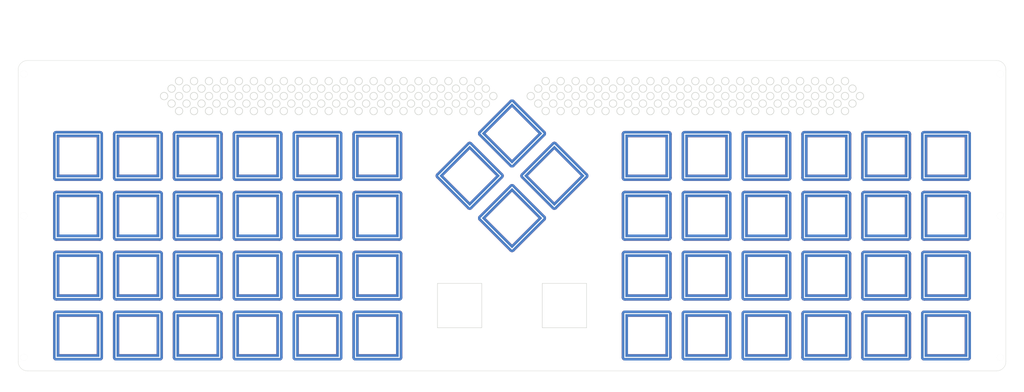
<source format=kicad_pcb>
(kicad_pcb (version 20211014) (generator pcbnew)
  (layers (0 "F.Cu" signal) (31 "B.Cu" signal) (34 "B.Paste" user) (35 "F.Paste" user) (36 "B.SilkS" user "B.Silkscreen") (37 "F.SilkS" user "F.Silkscreen") (38 "B.Mask" user) (39 "F.Mask" user) (44 "Edge.Cuts" user))
  (net 0 "")
  (footprint "kbd_Hole:m2_Screw_Hole_EdgeCuts" (layer "F.Cu") (at 16.075 21.55)
    (fp_text reference "J2" hide)
    (fp_text value "Conn_01x01" hide)
    (fp_circle (center 0 0) (end 1.1 0) (layer "Edge.Cuts") (width 0.01) (fill none))
  )
  (footprint "kbd_Hole:m2_Screw_Hole_EdgeCuts" (layer "F.Cu") (at 16.075 66.65)
    (fp_text reference "J3" hide)
    (fp_text value "Conn_01x01" hide)
    (fp_circle (center 0 0) (end 1.1 0) (layer "Edge.Cuts") (width 0.01) (fill none))
  )
  (footprint "kbd_Hole:m2_Screw_Hole_EdgeCuts" (layer "F.Cu") (at 16.075 111.75)
    (fp_text reference "J4" hide)
    (fp_text value "Conn_01x01" hide)
    (fp_circle (center 0 0) (end 1.1 0) (layer "Edge.Cuts") (width 0.01) (fill none))
  )
  (footprint "kbd_Hole:m2_Screw_Hole_EdgeCuts" (layer "F.Cu") (at 326.825 21.55)
    (fp_text reference "J5" hide)
    (fp_text value "Conn_01x01" hide)
    (fp_circle (center 0 0) (end 1.1 0) (layer "Edge.Cuts") (width 0.01) (fill none))
  )
  (footprint "kbd_Hole:m2_Screw_Hole_EdgeCuts" (layer "F.Cu") (at 326.825 66.65)
    (fp_text reference "J6" hide)
    (fp_text value "Conn_01x01" hide)
    (fp_circle (center 0 0) (end 1.1 0) (layer "Edge.Cuts") (width 0.01) (fill none))
  )
  (footprint "kbd_Hole:m2_Screw_Hole_EdgeCuts" (layer "F.Cu") (at 326.825 111.75)
    (fp_text reference "J7" hide)
    (fp_text value "Conn_01x01" hide)
    (fp_circle (center 0 0) (end 1.1 0) (layer "Edge.Cuts") (width 0.01) (fill none))
  )
  (footprint "kbd_Hole:m2_Screw_Hole_Fab" (layer "F.Cu") (at 11.075 13.05)
    (fp_text reference "J8" hide)
    (fp_text value "Conn_01x01" hide)
  )
  (footprint "kbd_Hole:m2_Screw_Hole_Fab" (layer "F.Cu") (at 11.075 66.65)
    (fp_text reference "J9" hide)
    (fp_text value "Conn_01x01" hide)
  )
  (footprint "kbd_Hole:m2_Screw_Hole_Fab" (layer "F.Cu") (at 11.075 120.25)
    (fp_text reference "J10" hide)
    (fp_text value "Conn_01x01" hide)
  )
  (footprint "kbd_Hole:m2_Screw_Hole_Fab" (layer "F.Cu") (at 108.575 13.05)
    (fp_text reference "J11" hide)
    (fp_text value "Conn_01x01" hide)
  )
  (footprint "kbd_Hole:m2_Screw_Hole_Fab" (layer "F.Cu") (at 234.325 13.05)
    (fp_text reference "J12" hide)
    (fp_text value "Conn_01x01" hide)
  )
  (footprint "kbd_Hole:m2_Screw_Hole_Fab" (layer "F.Cu") (at 108.575 120.25)
    (fp_text reference "J13" hide)
    (fp_text value "Conn_01x01" hide)
  )
  (footprint "kbd_Hole:m2_Screw_Hole_Fab" (layer "F.Cu") (at 234.325 120.25)
    (fp_text reference "J14" hide)
    (fp_text value "Conn_01x01" hide)
  )
  (footprint "kbd_Hole:m2_Screw_Hole_Fab" (layer "F.Cu") (at 331.825 13.05)
    (fp_text reference "J15" hide)
    (fp_text value "Conn_01x01" hide)
  )
  (footprint "kbd_Hole:m2_Screw_Hole_Fab" (layer "F.Cu") (at 331.825 66.65)
    (fp_text reference "J16" hide)
    (fp_text value "Conn_01x01" hide)
  )
  (footprint "kbd_Hole:m2_Screw_Hole_Fab" (layer "F.Cu") (at 331.825 120.25)
    (fp_text reference "J17" hide)
    (fp_text value "Conn_01x01" hide)
  )
  (footprint "kbd_SW_Hole:SW_Hole_TH_1u" (layer "F.Cu") (at 252.4125 47.625)
    (fp_text reference "SW36" hide)
    (fp_text value "SW_PUSH" hide)
    (fp_line (start -7.05 7.05) (end -7.05 -7.05) (layer "Edge.Cuts") (width 0.12))
    (fp_line (start 7.05 -7.05) (end 7.05 7.05) (layer "Edge.Cuts") (width 0.12))
    (fp_line (start 7.05 7.05) (end -7.05 7.05) (layer "Edge.Cuts") (width 0.12))
    (fp_line (start -7.05 -7.05) (end 7.05 -7.05) (layer "Edge.Cuts") (width 0.12))
    (pad "1" thru_hole oval locked (at -6.95 0) (size 2 15.9) (drill oval 0.3 14.2) (layers *.Cu *.Mask))
    (pad "1" thru_hole oval locked (at 6.95 0) (size 2 15.9) (drill oval 0.3 14.2) (layers *.Cu *.Mask))
    (pad "1" thru_hole oval locked (at 0 -6.95 90) (size 2 15.9) (drill oval 0.3 14.2) (layers *.Cu *.Mask))
    (pad "1" thru_hole oval locked (at 0 6.95 90) (size 2 15.9) (drill oval 0.3 14.2) (layers *.Cu *.Mask))
  )
  (footprint "kbd_SW_Hole:SW_Hole_TH_1u" (layer "F.Cu") (at 184.920385 53.951635 45)
    (fp_text reference "SW52" hide)
    (fp_text value "SW_PUSH" hide)
    (fp_line (start -7.05 7.05) (end -7.05 -7.05) (layer "Edge.Cuts") (width 0.12))
    (fp_line (start 7.05 -7.05) (end 7.05 7.05) (layer "Edge.Cuts") (width 0.12))
    (fp_line (start -7.05 -7.05) (end 7.05 -7.05) (layer "Edge.Cuts") (width 0.12))
    (fp_line (start 7.05 7.05) (end -7.05 7.05) (layer "Edge.Cuts") (width 0.12))
    (pad "1" thru_hole oval locked (at 0 -6.95 135) (size 2 15.9) (drill oval 0.3 14.2) (layers *.Cu *.Mask))
    (pad "1" thru_hole oval locked (at 0 6.95 135) (size 2 15.9) (drill oval 0.3 14.2) (layers *.Cu *.Mask))
    (pad "1" thru_hole oval locked (at 6.95 0 45) (size 2 15.9) (drill oval 0.3 14.2) (layers *.Cu *.Mask))
    (pad "1" thru_hole oval locked (at -6.95 0 45) (size 2 15.9) (drill oval 0.3 14.2) (layers *.Cu *.Mask))
  )
  (footprint "kbd_SW_Hole:SW_Hole_TH_1u" (layer "F.Cu") (at 52.3875 47.625)
    (fp_text reference "SW5" hide)
    (fp_text value "SW_PUSH" hide)
    (fp_line (start -7.05 -7.05) (end 7.05 -7.05) (layer "Edge.Cuts") (width 0.12))
    (fp_line (start -7.05 7.05) (end -7.05 -7.05) (layer "Edge.Cuts") (width 0.12))
    (fp_line (start 7.05 -7.05) (end 7.05 7.05) (layer "Edge.Cuts") (width 0.12))
    (fp_line (start 7.05 7.05) (end -7.05 7.05) (layer "Edge.Cuts") (width 0.12))
    (pad "1" thru_hole oval locked (at -6.95 0) (size 2 15.9) (drill oval 0.3 14.2) (layers *.Cu *.Mask))
    (pad "1" thru_hole oval locked (at 0 6.95 90) (size 2 15.9) (drill oval 0.3 14.2) (layers *.Cu *.Mask))
    (pad "1" thru_hole oval locked (at 0 -6.95 90) (size 2 15.9) (drill oval 0.3 14.2) (layers *.Cu *.Mask))
    (pad "1" thru_hole oval locked (at 6.95 0) (size 2 15.9) (drill oval 0.3 14.2) (layers *.Cu *.Mask))
  )
  (footprint "kbd_SW_Hole:SW_Hole_TH_1u" (layer "F.Cu") (at 290.5125 47.625)
    (fp_text reference "SW44" hide)
    (fp_text value "SW_PUSH" hide)
    (fp_line (start -7.05 7.05) (end -7.05 -7.05) (layer "Edge.Cuts") (width 0.12))
    (fp_line (start -7.05 -7.05) (end 7.05 -7.05) (layer "Edge.Cuts") (width 0.12))
    (fp_line (start 7.05 -7.05) (end 7.05 7.05) (layer "Edge.Cuts") (width 0.12))
    (fp_line (start 7.05 7.05) (end -7.05 7.05) (layer "Edge.Cuts") (width 0.12))
    (pad "1" thru_hole oval locked (at 0 6.95 90) (size 2 15.9) (drill oval 0.3 14.2) (layers *.Cu *.Mask))
    (pad "1" thru_hole oval locked (at 6.95 0) (size 2 15.9) (drill oval 0.3 14.2) (layers *.Cu *.Mask))
    (pad "1" thru_hole oval locked (at 0 -6.95 90) (size 2 15.9) (drill oval 0.3 14.2) (layers *.Cu *.Mask))
    (pad "1" thru_hole oval locked (at -6.95 0) (size 2 15.9) (drill oval 0.3 14.2) (layers *.Cu *.Mask))
  )
  (footprint "kbd_SW_Hole:SW_Hole_TH_1u" (layer "F.Cu") (at 214.3125 85.725)
    (fp_text reference "SW30" hide)
    (fp_text value "SW_PUSH" hide)
    (fp_line (start -7.05 7.05) (end -7.05 -7.05) (layer "Edge.Cuts") (width 0.12))
    (fp_line (start -7.05 -7.05) (end 7.05 -7.05) (layer "Edge.Cuts") (width 0.12))
    (fp_line (start 7.05 7.05) (end -7.05 7.05) (layer "Edge.Cuts") (width 0.12))
    (fp_line (start 7.05 -7.05) (end 7.05 7.05) (layer "Edge.Cuts") (width 0.12))
    (pad "1" thru_hole oval locked (at 0 -6.95 90) (size 2 15.9) (drill oval 0.3 14.2) (layers *.Cu *.Mask))
    (pad "1" thru_hole oval locked (at 0 6.95 90) (size 2 15.9) (drill oval 0.3 14.2) (layers *.Cu *.Mask))
    (pad "1" thru_hole oval locked (at -6.95 0) (size 2 15.9) (drill oval 0.3 14.2) (layers *.Cu *.Mask))
    (pad "1" thru_hole oval locked (at 6.95 0) (size 2 15.9) (drill oval 0.3 14.2) (layers *.Cu *.Mask))
  )
  (footprint "kbd_SW_Hole:SW_Hole_TH_1u" (layer "F.Cu") (at 109.5375 85.725)
    (fp_text reference "SW19" hide)
    (fp_text value "SW_PUSH" hide)
    (fp_line (start -7.05 7.05) (end -7.05 -7.05) (layer "Edge.Cuts") (width 0.12))
    (fp_line (start 7.05 -7.05) (end 7.05 7.05) (layer "Edge.Cuts") (width 0.12))
    (fp_line (start 7.05 7.05) (end -7.05 7.05) (layer "Edge.Cuts") (width 0.12))
    (fp_line (start -7.05 -7.05) (end 7.05 -7.05) (layer "Edge.Cuts") (width 0.12))
    (pad "1" thru_hole oval locked (at -6.95 0) (size 2 15.9) (drill oval 0.3 14.2) (layers *.Cu *.Mask))
    (pad "1" thru_hole oval locked (at 0 -6.95 90) (size 2 15.9) (drill oval 0.3 14.2) (layers *.Cu *.Mask))
    (pad "1" thru_hole oval locked (at 6.95 0) (size 2 15.9) (drill oval 0.3 14.2) (layers *.Cu *.Mask))
    (pad "1" thru_hole oval locked (at 0 6.95 90) (size 2 15.9) (drill oval 0.3 14.2) (layers *.Cu *.Mask))
  )
  (footprint "kbd_SW_Hole:SW_Hole_TH_1u" (layer "F.Cu") (at 33.3375 85.725)
    (fp_text reference "SW3" hide)
    (fp_text value "SW_PUSH" hide)
    (fp_line (start 7.05 -7.05) (end 7.05 7.05) (layer "Edge.Cuts") (width 0.12))
    (fp_line (start 7.05 7.05) (end -7.05 7.05) (layer "Edge.Cuts") (width 0.12))
    (fp_line (start -7.05 -7.05) (end 7.05 -7.05) (layer "Edge.Cuts") (width 0.12))
    (fp_line (start -7.05 7.05) (end -7.05 -7.05) (layer "Edge.Cuts") (width 0.12))
    (pad "1" thru_hole oval locked (at 6.95 0) (size 2 15.9) (drill oval 0.3 14.2) (layers *.Cu *.Mask))
    (pad "1" thru_hole oval locked (at -6.95 0) (size 2 15.9) (drill oval 0.3 14.2) (layers *.Cu *.Mask))
    (pad "1" thru_hole oval locked (at 0 -6.95 90) (size 2 15.9) (drill oval 0.3 14.2) (layers *.Cu *.Mask))
    (pad "1" thru_hole oval locked (at 0 6.95 90) (size 2 15.9) (drill oval 0.3 14.2) (layers *.Cu *.Mask))
  )
  (footprint "kbd_SW_Hole:SW_Hole_TH_1u" (layer "F.Cu") (at 271.4625 85.725)
    (fp_text reference "SW42" hide)
    (fp_text value "SW_PUSH" hide)
    (fp_line (start 7.05 7.05) (end -7.05 7.05) (layer "Edge.Cuts") (width 0.12))
    (fp_line (start 7.05 -7.05) (end 7.05 7.05) (layer "Edge.Cuts") (width 0.12))
    (fp_line (start -7.05 7.05) (end -7.05 -7.05) (layer "Edge.Cuts") (width 0.12))
    (fp_line (start -7.05 -7.05) (end 7.05 -7.05) (layer "Edge.Cuts") (width 0.12))
    (pad "1" thru_hole oval locked (at 6.95 0) (size 2 15.9) (drill oval 0.3 14.2) (layers *.Cu *.Mask))
    (pad "1" thru_hole oval locked (at 0 6.95 90) (size 2 15.9) (drill oval 0.3 14.2) (layers *.Cu *.Mask))
    (pad "1" thru_hole oval locked (at -6.95 0) (size 2 15.9) (drill oval 0.3 14.2) (layers *.Cu *.Mask))
    (pad "1" thru_hole oval locked (at 0 -6.95 90) (size 2 15.9) (drill oval 0.3 14.2) (layers *.Cu *.Mask))
  )
  (footprint "kbd_SW_Hole:SW_Hole_TH_1u" (layer "F.Cu") (at 252.4125 85.725)
    (fp_text reference "SW38" hide)
    (fp_text value "SW_PUSH" hide)
    (fp_line (start 7.05 -7.05) (end 7.05 7.05) (layer "Edge.Cuts") (width 0.12))
    (fp_line (start -7.05 7.05) (end -7.05 -7.05) (layer "Edge.Cuts") (width 0.12))
    (fp_line (start -7.05 -7.05) (end 7.05 -7.05) (layer "Edge.Cuts") (width 0.12))
    (fp_line (start 7.05 7.05) (end -7.05 7.05) (layer "Edge.Cuts") (width 0.12))
    (pad "1" thru_hole oval locked (at 0 -6.95 90) (size 2 15.9) (drill oval 0.3 14.2) (layers *.Cu *.Mask))
    (pad "1" thru_hole oval locked (at 0 6.95 90) (size 2 15.9) (drill oval 0.3 14.2) (layers *.Cu *.Mask))
    (pad "1" thru_hole oval locked (at 6.95 0) (size 2 15.9) (drill oval 0.3 14.2) (layers *.Cu *.Mask))
    (pad "1" thru_hole oval locked (at -6.95 0) (size 2 15.9) (drill oval 0.3 14.2) (layers *.Cu *.Mask))
  )
  (footprint "kbd_SW_Hole:SW_Hole_TH_1u" (layer "F.Cu") (at 71.4375 66.675)
    (fp_text reference "SW10" hide)
    (fp_text value "SW_PUSH" hide)
    (fp_line (start 7.05 7.05) (end -7.05 7.05) (layer "Edge.Cuts") (width 0.12))
    (fp_line (start -7.05 -7.05) (end 7.05 -7.05) (layer "Edge.Cuts") (width 0.12))
    (fp_line (start -7.05 7.05) (end -7.05 -7.05) (layer "Edge.Cuts") (width 0.12))
    (fp_line (start 7.05 -7.05) (end 7.05 7.05) (layer "Edge.Cuts") (width 0.12))
    (pad "1" thru_hole oval locked (at 0 -6.95 90) (size 2 15.9) (drill oval 0.3 14.2) (layers *.Cu *.Mask))
    (pad "1" thru_hole oval locked (at 0 6.95 90) (size 2 15.9) (drill oval 0.3 14.2) (layers *.Cu *.Mask))
    (pad "1" thru_hole oval locked (at 6.95 0) (size 2 15.9) (drill oval 0.3 14.2) (layers *.Cu *.Mask))
    (pad "1" thru_hole oval locked (at -6.95 0) (size 2 15.9) (drill oval 0.3 14.2) (layers *.Cu *.Mask))
  )
  (footprint "kbd_SW_Hole:SW_Hole_TH_1u" (layer "F.Cu") (at 252.4125 104.775)
    (fp_text reference "SW39" hide)
    (fp_text value "SW_PUSH" hide)
    (fp_line (start 7.05 7.05) (end -7.05 7.05) (layer "Edge.Cuts") (width 0.12))
    (fp_line (start 7.05 -7.05) (end 7.05 7.05) (layer "Edge.Cuts") (width 0.12))
    (fp_line (start -7.05 7.05) (end -7.05 -7.05) (layer "Edge.Cuts") (width 0.12))
    (fp_line (start -7.05 -7.05) (end 7.05 -7.05) (layer "Edge.Cuts") (width 0.12))
    (pad "1" thru_hole oval locked (at 0 -6.95 90) (size 2 15.9) (drill oval 0.3 14.2) (layers *.Cu *.Mask))
    (pad "1" thru_hole oval locked (at 0 6.95 90) (size 2 15.9) (drill oval 0.3 14.2) (layers *.Cu *.Mask))
    (pad "1" thru_hole oval locked (at -6.95 0) (size 2 15.9) (drill oval 0.3 14.2) (layers *.Cu *.Mask))
    (pad "1" thru_hole oval locked (at 6.95 0) (size 2 15.9) (drill oval 0.3 14.2) (layers *.Cu *.Mask))
  )
  (footprint "kbd_SW_Hole:SW_Hole_TH_1u" (layer "F.Cu") (at 128.5875 66.675)
    (fp_text reference "SW22" hide)
    (fp_text value "SW_PUSH" hide)
    (fp_line (start -7.05 7.05) (end -7.05 -7.05) (layer "Edge.Cuts") (width 0.12))
    (fp_line (start 7.05 7.05) (end -7.05 7.05) (layer "Edge.Cuts") (width 0.12))
    (fp_line (start -7.05 -7.05) (end 7.05 -7.05) (layer "Edge.Cuts") (width 0.12))
    (fp_line (start 7.05 -7.05) (end 7.05 7.05) (layer "Edge.Cuts") (width 0.12))
    (pad "1" thru_hole oval locked (at 6.95 0) (size 2 15.9) (drill oval 0.3 14.2) (layers *.Cu *.Mask))
    (pad "1" thru_hole oval locked (at -6.95 0) (size 2 15.9) (drill oval 0.3 14.2) (layers *.Cu *.Mask))
    (pad "1" thru_hole oval locked (at 0 -6.95 90) (size 2 15.9) (drill oval 0.3 14.2) (layers *.Cu *.Mask))
    (pad "1" thru_hole oval locked (at 0 6.95 90) (size 2 15.9) (drill oval 0.3 14.2) (layers *.Cu *.Mask))
  )
  (footprint "kbd_SW_Hole:SW_Hole_TH_1u" (layer "F.Cu") (at 90.4875 104.775)
    (fp_text reference "SW16" hide)
    (fp_text value "SW_PUSH" hide)
    (fp_line (start 7.05 7.05) (end -7.05 7.05) (layer "Edge.Cuts") (width 0.12))
    (fp_line (start -7.05 7.05) (end -7.05 -7.05) (layer "Edge.Cuts") (width 0.12))
    (fp_line (start 7.05 -7.05) (end 7.05 7.05) (layer "Edge.Cuts") (width 0.12))
    (fp_line (start -7.05 -7.05) (end 7.05 -7.05) (layer "Edge.Cuts") (width 0.12))
    (pad "1" thru_hole oval locked (at 0 6.95 90) (size 2 15.9) (drill oval 0.3 14.2) (layers *.Cu *.Mask))
    (pad "1" thru_hole oval locked (at 0 -6.95 90) (size 2 15.9) (drill oval 0.3 14.2) (layers *.Cu *.Mask))
    (pad "1" thru_hole oval locked (at 6.95 0) (size 2 15.9) (drill oval 0.3 14.2) (layers *.Cu *.Mask))
    (pad "1" thru_hole oval locked (at -6.95 0) (size 2 15.9) (drill oval 0.3 14.2) (layers *.Cu *.Mask))
  )
  (footprint "kbd_SW_Hole:SW_Hole_TH_1u" (layer "F.Cu") (at 290.5125 85.725)
    (fp_text reference "SW46" hide)
    (fp_text value "SW_PUSH" hide)
    (fp_line (start 7.05 -7.05) (end 7.05 7.05) (layer "Edge.Cuts") (width 0.12))
    (fp_line (start -7.05 -7.05) (end 7.05 -7.05) (layer "Edge.Cuts") (width 0.12))
    (fp_line (start -7.05 7.05) (end -7.05 -7.05) (layer "Edge.Cuts") (width 0.12))
    (fp_line (start 7.05 7.05) (end -7.05 7.05) (layer "Edge.Cuts") (width 0.12))
    (pad "1" thru_hole oval locked (at 6.95 0) (size 2 15.9) (drill oval 0.3 14.2) (layers *.Cu *.Mask))
    (pad "1" thru_hole oval locked (at -6.95 0) (size 2 15.9) (drill oval 0.3 14.2) (layers *.Cu *.Mask))
    (pad "1" thru_hole oval locked (at 0 6.95 90) (size 2 15.9) (drill oval 0.3 14.2) (layers *.Cu *.Mask))
    (pad "1" thru_hole oval locked (at 0 -6.95 90) (size 2 15.9) (drill oval 0.3 14.2) (layers *.Cu *.Mask))
  )
  (footprint "kbd_SW_Hole:SW_Hole_TH_1u" (layer "F.Cu") (at 71.4375 47.625)
    (fp_text reference "SW09" hide)
    (fp_text value "SW_PUSH" hide)
    (fp_line (start -7.05 7.05) (end -7.05 -7.05) (layer "Edge.Cuts") (width 0.12))
    (fp_line (start 7.05 -7.05) (end 7.05 7.05) (layer "Edge.Cuts") (width 0.12))
    (fp_line (start 7.05 7.05) (end -7.05 7.05) (layer "Edge.Cuts") (width 0.12))
    (fp_line (start -7.05 -7.05) (end 7.05 -7.05) (layer "Edge.Cuts") (width 0.12))
    (pad "1" thru_hole oval locked (at 6.95 0) (size 2 15.9) (drill oval 0.3 14.2) (layers *.Cu *.Mask))
    (pad "1" thru_hole oval locked (at 0 6.95 90) (size 2 15.9) (drill oval 0.3 14.2) (layers *.Cu *.Mask))
    (pad "1" thru_hole oval locked (at -6.95 0) (size 2 15.9) (drill oval 0.3 14.2) (layers *.Cu *.Mask))
    (pad "1" thru_hole oval locked (at 0 -6.95 90) (size 2 15.9) (drill oval 0.3 14.2) (layers *.Cu *.Mask))
  )
  (footprint "kbd_SW_Hole:SW_Hole_TH_1u" (layer "F.Cu") (at 233.3625 47.625)
    (fp_text reference "SW32" hide)
    (fp_text value "SW_PUSH" hide)
    (fp_line (start 7.05 7.05) (end -7.05 7.05) (layer "Edge.Cuts") (width 0.12))
    (fp_line (start -7.05 7.05) (end -7.05 -7.05) (layer "Edge.Cuts") (width 0.12))
    (fp_line (start -7.05 -7.05) (end 7.05 -7.05) (layer "Edge.Cuts") (width 0.12))
    (fp_line (start 7.05 -7.05) (end 7.05 7.05) (layer "Edge.Cuts") (width 0.12))
    (pad "1" thru_hole oval locked (at -6.95 0) (size 2 15.9) (drill oval 0.3 14.2) (layers *.Cu *.Mask))
    (pad "1" thru_hole oval locked (at 0 -6.95 90) (size 2 15.9) (drill oval 0.3 14.2) (layers *.Cu *.Mask))
    (pad "1" thru_hole oval locked (at 6.95 0) (size 2 15.9) (drill oval 0.3 14.2) (layers *.Cu *.Mask))
    (pad "1" thru_hole oval locked (at 0 6.95 90) (size 2 15.9) (drill oval 0.3 14.2) (layers *.Cu *.Mask))
  )
  (footprint "kbd_SW_Hole:SW_Hole_TH_1u" (layer "F.Cu") (at 309.5625 85.725)
    (fp_text reference "SW50" hide)
    (fp_text value "SW_PUSH" hide)
    (fp_line (start 7.05 7.05) (end -7.05 7.05) (layer "Edge.Cuts") (width 0.12))
    (fp_line (start 7.05 -7.05) (end 7.05 7.05) (layer "Edge.Cuts") (width 0.12))
    (fp_line (start -7.05 -7.05) (end 7.05 -7.05) (layer "Edge.Cuts") (width 0.12))
    (fp_line (start -7.05 7.05) (end -7.05 -7.05) (layer "Edge.Cuts") (width 0.12))
    (pad "1" thru_hole oval locked (at 0 -6.95 90) (size 2 15.9) (drill oval 0.3 14.2) (layers *.Cu *.Mask))
    (pad "1" thru_hole oval locked (at 6.95 0) (size 2 15.9) (drill oval 0.3 14.2) (layers *.Cu *.Mask))
    (pad "1" thru_hole oval locked (at -6.95 0) (size 2 15.9) (drill oval 0.3 14.2) (layers *.Cu *.Mask))
    (pad "1" thru_hole oval locked (at 0 6.95 90) (size 2 15.9) (drill oval 0.3 14.2) (layers *.Cu *.Mask))
  )
  (footprint "kbd_SW_Hole:SW_Hole_TH_1u" (layer "F.Cu") (at 309.5625 104.775)
    (fp_text reference "SW51" hide)
    (fp_text value "SW_PUSH" hide)
    (fp_line (start 7.05 7.05) (end -7.05 7.05) (layer "Edge.Cuts") (width 0.12))
    (fp_line (start 7.05 -7.05) (end 7.05 7.05) (layer "Edge.Cuts") (width 0.12))
    (fp_line (start -7.05 7.05) (end -7.05 -7.05) (layer "Edge.Cuts") (width 0.12))
    (fp_line (start -7.05 -7.05) (end 7.05 -7.05) (layer "Edge.Cuts") (width 0.12))
    (pad "1" thru_hole oval locked (at 0 -6.95 90) (size 2 15.9) (drill oval 0.3 14.2) (layers *.Cu *.Mask))
    (pad "1" thru_hole oval locked (at 0 6.95 90) (size 2 15.9) (drill oval 0.3 14.2) (layers *.Cu *.Mask))
    (pad "1" thru_hole oval locked (at 6.95 0) (size 2 15.9) (drill oval 0.3 14.2) (layers *.Cu *.Mask))
    (pad "1" thru_hole oval locked (at -6.95 0) (size 2 15.9) (drill oval 0.3 14.2) (layers *.Cu *.Mask))
  )
  (footprint "kbd_SW_Hole:SW_Hole_TH_1u" (layer "F.Cu") (at 233.3625 66.675)
    (fp_text reference "SW33" hide)
    (fp_text value "SW_PUSH" hide)
    (fp_line (start 7.05 7.05) (end -7.05 7.05) (layer "Edge.Cuts") (width 0.12))
    (fp_line (start 7.05 -7.05) (end 7.05 7.05) (layer "Edge.Cuts") (width 0.12))
    (fp_line (start -7.05 7.05) (end -7.05 -7.05) (layer "Edge.Cuts") (width 0.12))
    (fp_line (start -7.05 -7.05) (end 7.05 -7.05) (layer "Edge.Cuts") (width 0.12))
    (pad "1" thru_hole oval locked (at 0 6.95 90) (size 2 15.9) (drill oval 0.3 14.2) (layers *.Cu *.Mask))
    (pad "1" thru_hole oval locked (at 6.95 0) (size 2 15.9) (drill oval 0.3 14.2) (layers *.Cu *.Mask))
    (pad "1" thru_hole oval locked (at -6.95 0) (size 2 15.9) (drill oval 0.3 14.2) (layers *.Cu *.Mask))
    (pad "1" thru_hole oval locked (at 0 -6.95 90) (size 2 15.9) (drill oval 0.3 14.2) (layers *.Cu *.Mask))
  )
  (footprint "kbd_SW_Hole:SW_Hole_TH_1u" (layer "F.Cu") (at 233.3625 104.775)
    (fp_text reference "SW35" hide)
    (fp_text value "SW_PUSH" hide)
    (fp_line (start 7.05 -7.05) (end 7.05 7.05) (layer "Edge.Cuts") (width 0.12))
    (fp_line (start 7.05 7.05) (end -7.05 7.05) (layer "Edge.Cuts") (width 0.12))
    (fp_line (start -7.05 7.05) (end -7.05 -7.05) (layer "Edge.Cuts") (width 0.12))
    (fp_line (start -7.05 -7.05) (end 7.05 -7.05) (layer "Edge.Cuts") (width 0.12))
    (pad "1" thru_hole oval locked (at 0 -6.95 90) (size 2 15.9) (drill oval 0.3 14.2) (layers *.Cu *.Mask))
    (pad "1" thru_hole oval locked (at -6.95 0) (size 2 15.9) (drill oval 0.3 14.2) (layers *.Cu *.Mask))
    (pad "1" thru_hole oval locked (at 0 6.95 90) (size 2 15.9) (drill oval 0.3 14.2) (layers *.Cu *.Mask))
    (pad "1" thru_hole oval locked (at 6.95 0) (size 2 15.9) (drill oval 0.3 14.2) (layers *.Cu *.Mask))
  )
  (footprint "kbd_SW_Hole:SW_Hole_TH_1u" (layer "F.Cu") (at 33.3375 47.625)
    (fp_text reference "SW1" hide)
    (fp_text value "SW_PUSH" hide)
    (fp_line (start 7.05 -7.05) (end 7.05 7.05) (layer "Edge.Cuts") (width 0.12))
    (fp_line (start -7.05 -7.05) (end 7.05 -7.05) (layer "Edge.Cuts") (width 0.12))
    (fp_line (start 7.05 7.05) (end -7.05 7.05) (layer "Edge.Cuts") (width 0.12))
    (fp_line (start -7.05 7.05) (end -7.05 -7.05) (layer "Edge.Cuts") (width 0.12))
    (pad "1" thru_hole oval locked (at -6.95 0) (size 2 15.9) (drill oval 0.3 14.2) (layers *.Cu *.Mask))
    (pad "1" thru_hole oval locked (at 0 -6.95 90) (size 2 15.9) (drill oval 0.3 14.2) (layers *.Cu *.Mask))
    (pad "1" thru_hole oval locked (at 0 6.95 90) (size 2 15.9) (drill oval 0.3 14.2) (layers *.Cu *.Mask))
    (pad "1" thru_hole oval locked (at 6.95 0) (size 2 15.9) (drill oval 0.3 14.2) (layers *.Cu *.Mask))
  )
  (footprint "kbd_SW_Hole:SW_Hole_1u" (layer "F.Cu") (at 154.78125 95.25)
    (fp_text reference "SW27" hide)
    (fp_text value "SW_PUSH" hide)
    (fp_line (start -7.05 7.05) (end -7.05 -7.05) (layer "Edge.Cuts") (width 0.15))
    (fp_line (start 7.05 7.05) (end -7.05 7.05) (layer "Edge.Cuts") (width 0.15))
    (fp_line (start 7.05 -7.05) (end 7.05 7.05) (layer "Edge.Cuts") (width 0.15))
    (fp_line (start -7.05 -7.05) (end 7.05 -7.05) (layer "Edge.Cuts") (width 0.15))
  )
  (footprint "kbd_SW_Hole:SW_Hole_1u" (layer "F.Cu") (at 188.11875 95.25)
    (fp_text reference "SW54" hide)
    (fp_text value "SW_PUSH" hide)
    (fp_line (start 7.05 -7.05) (end 7.05 7.05) (layer "Edge.Cuts") (width 0.15))
    (fp_line (start 7.05 7.05) (end -7.05 7.05) (layer "Edge.Cuts") (width 0.15))
    (fp_line (start -7.05 -7.05) (end 7.05 -7.05) (layer "Edge.Cuts") (width 0.15))
    (fp_line (start -7.05 7.05) (end -7.05 -7.05) (layer "Edge.Cuts") (width 0.15))
  )
  (footprint "kbd_SW_Hole:SW_Hole_TH_1u" (layer "F.Cu") (at 52.3875 85.725)
    (fp_text reference "SW7" hide)
    (fp_text value "SW_PUSH" hide)
    (fp_line (start -7.05 -7.05) (end 7.05 -7.05) (layer "Edge.Cuts") (width 0.12))
    (fp_line (start 7.05 7.05) (end -7.05 7.05) (layer "Edge.Cuts") (width 0.12))
    (fp_line (start 7.05 -7.05) (end 7.05 7.05) (layer "Edge.Cuts") (width 0.12))
    (fp_line (start -7.05 7.05) (end -7.05 -7.05) (layer "Edge.Cuts") (width 0.12))
    (pad "1" thru_hole oval locked (at 6.95 0) (size 2 15.9) (drill oval 0.3 14.2) (layers *.Cu *.Mask))
    (pad "1" thru_hole oval locked (at 0 6.95 90) (size 2 15.9) (drill oval 0.3 14.2) (layers *.Cu *.Mask))
    (pad "1" thru_hole oval locked (at -6.95 0) (size 2 15.9) (drill oval 0.3 14.2) (layers *.Cu *.Mask))
    (pad "1" thru_hole oval locked (at 0 -6.95 90) (size 2 15.9) (drill oval 0.3 14.2) (layers *.Cu *.Mask))
  )
  (footprint "kbd_SW_Hole:SW_Hole_TH_1u" (layer "F.Cu") (at 271.4625 47.625)
    (fp_text reference "SW40" hide)
    (fp_text value "SW_PUSH" hide)
    (fp_line (start 7.05 -7.05) (end 7.05 7.05) (layer "Edge.Cuts") (width 0.12))
    (fp_line (start -7.05 7.05) (end -7.05 -7.05) (layer "Edge.Cuts") (width 0.12))
    (fp_line (start 7.05 7.05) (end -7.05 7.05) (layer "Edge.Cuts") (width 0.12))
    (fp_line (start -7.05 -7.05) (end 7.05 -7.05) (layer "Edge.Cuts") (width 0.12))
    (pad "1" thru_hole oval locked (at 0 6.95 90) (size 2 15.9) (drill oval 0.3 14.2) (layers *.Cu *.Mask))
    (pad "1" thru_hole oval locked (at 0 -6.95 90) (size 2 15.9) (drill oval 0.3 14.2) (layers *.Cu *.Mask))
    (pad "1" thru_hole oval locked (at -6.95 0) (size 2 15.9) (drill oval 0.3 14.2) (layers *.Cu *.Mask))
    (pad "1" thru_hole oval locked (at 6.95 0) (size 2 15.9) (drill oval 0.3 14.2) (layers *.Cu *.Mask))
  )
  (footprint "kbd_SW_Hole:SW_Hole_TH_1u" (layer "F.Cu") (at 309.5625 66.675)
    (fp_text reference "SW49" hide)
    (fp_text value "SW_PUSH" hide)
    (fp_line (start -7.05 -7.05) (end 7.05 -7.05) (layer "Edge.Cuts") (width 0.12))
    (fp_line (start -7.05 7.05) (end -7.05 -7.05) (layer "Edge.Cuts") (width 0.12))
    (fp_line (start 7.05 -7.05) (end 7.05 7.05) (layer "Edge.Cuts") (width 0.12))
    (fp_line (start 7.05 7.05) (end -7.05 7.05) (layer "Edge.Cuts") (width 0.12))
    (pad "1" thru_hole oval locked (at 0 6.95 90) (size 2 15.9) (drill oval 0.3 14.2) (layers *.Cu *.Mask))
    (pad "1" thru_hole oval locked (at 0 -6.95 90) (size 2 15.9) (drill oval 0.3 14.2) (layers *.Cu *.Mask))
    (pad "1" thru_hole oval locked (at -6.95 0) (size 2 15.9) (drill oval 0.3 14.2) (layers *.Cu *.Mask))
    (pad "1" thru_hole oval locked (at 6.95 0) (size 2 15.9) (drill oval 0.3 14.2) (layers *.Cu *.Mask))
  )
  (footprint "kbd_SW_Hole:SW_Hole_TH_1u" (layer "F.Cu") (at 171.45 40.48125 45)
    (fp_text reference "SW25" hide)
    (fp_text value "SW_PUSH" hide)
    (fp_line (start 7.05 7.05) (end -7.05 7.05) (layer "Edge.Cuts") (width 0.12))
    (fp_line (start -7.05 -7.05) (end 7.05 -7.05) (layer "Edge.Cuts") (width 0.12))
    (fp_line (start -7.05 7.05) (end -7.05 -7.05) (layer "Edge.Cuts") (width 0.12))
    (fp_line (start 7.05 -7.05) (end 7.05 7.05) (layer "Edge.Cuts") (width 0.12))
    (pad "1" thru_hole oval locked (at -6.95 0 45) (size 2 15.9) (drill oval 0.3 14.2) (layers *.Cu *.Mask))
    (pad "1" thru_hole oval locked (at 0 6.95 135) (size 2 15.9) (drill oval 0.3 14.2) (layers *.Cu *.Mask))
    (pad "1" thru_hole oval locked (at 6.95 0 45) (size 2 15.9) (drill oval 0.3 14.2) (layers *.Cu *.Mask))
    (pad "1" thru_hole oval locked (at 0 -6.95 135) (size 2 15.9) (drill oval 0.3 14.2) (layers *.Cu *.Mask))
  )
  (footprint "kbd_SW_Hole:SW_Hole_TH_1u" (layer "F.Cu") (at 128.5875 47.625)
    (fp_text reference "SW21" hide)
    (fp_text value "SW_PUSH" hide)
    (fp_line (start 7.05 7.05) (end -7.05 7.05) (layer "Edge.Cuts") (width 0.12))
    (fp_line (start -7.05 7.05) (end -7.05 -7.05) (layer "Edge.Cuts") (width 0.12))
    (fp_line (start 7.05 -7.05) (end 7.05 7.05) (layer "Edge.Cuts") (width 0.12))
    (fp_line (start -7.05 -7.05) (end 7.05 -7.05) (layer "Edge.Cuts") (width 0.12))
    (pad "1" thru_hole oval locked (at 0 -6.95 90) (size 2 15.9) (drill oval 0.3 14.2) (layers *.Cu *.Mask))
    (pad "1" thru_hole oval locked (at -6.95 0) (size 2 15.9) (drill oval 0.3 14.2) (layers *.Cu *.Mask))
    (pad "1" thru_hole oval locked (at 0 6.95 90) (size 2 15.9) (drill oval 0.3 14.2) (layers *.Cu *.Mask))
    (pad "1" thru_hole oval locked (at 6.95 0) (size 2 15.9) (drill oval 0.3 14.2) (layers *.Cu *.Mask))
  )
  (footprint "kbd_SW_Hole:SW_Hole_TH_1u" (layer "F.Cu") (at 109.5375 104.775)
    (fp_text reference "SW20" hide)
    (fp_text value "SW_PUSH" hide)
    (fp_line (start -7.05 7.05) (end -7.05 -7.05) (layer "Edge.Cuts") (width 0.12))
    (fp_line (start -7.05 -7.05) (end 7.05 -7.05) (layer "Edge.Cuts") (width 0.12))
    (fp_line (start 7.05 -7.05) (end 7.05 7.05) (layer "Edge.Cuts") (width 0.12))
    (fp_line (start 7.05 7.05) (end -7.05 7.05) (layer "Edge.Cuts") (width 0.12))
    (pad "1" thru_hole oval locked (at 0 6.95 90) (size 2 15.9) (drill oval 0.3 14.2) (layers *.Cu *.Mask))
    (pad "1" thru_hole oval locked (at 0 -6.95 90) (size 2 15.9) (drill oval 0.3 14.2) (layers *.Cu *.Mask))
    (pad "1" thru_hole oval locked (at -6.95 0) (size 2 15.9) (drill oval 0.3 14.2) (layers *.Cu *.Mask))
    (pad "1" thru_hole oval locked (at 6.95 0) (size 2 15.9) (drill oval 0.3 14.2) (layers *.Cu *.Mask))
  )
  (footprint "kbd_SW_Hole:SW_Hole_TH_1u" (layer "F.Cu") (at 52.3875 66.675)
    (fp_text reference "SW6" hide)
    (fp_text value "SW_PUSH" hide)
    (fp_line (start 7.05 7.05) (end -7.05 7.05) (layer "Edge.Cuts") (width 0.12))
    (fp_line (start -7.05 -7.05) (end 7.05 -7.05) (layer "Edge.Cuts") (width 0.12))
    (fp_line (start 7.05 -7.05) (end 7.05 7.05) (layer "Edge.Cuts") (width 0.12))
    (fp_line (start -7.05 7.05) (end -7.05 -7.05) (layer "Edge.Cuts") (width 0.12))
    (pad "1" thru_hole oval locked (at 0 6.95 90) (size 2 15.9) (drill oval 0.3 14.2) (layers *.Cu *.Mask))
    (pad "1" thru_hole oval locked (at -6.95 0) (size 2 15.9) (drill oval 0.3 14.2) (layers *.Cu *.Mask))
    (pad "1" thru_hole oval locked (at 0 -6.95 90) (size 2 15.9) (drill oval 0.3 14.2) (layers *.Cu *.Mask))
    (pad "1" thru_hole oval locked (at 6.95 0) (size 2 15.9) (drill oval 0.3 14.2) (layers *.Cu *.Mask))
  )
  (footprint "kbd_SW_Hole:SW_Hole_TH_1u" (layer "F.Cu") (at 109.5375 66.675)
    (fp_text reference "SW18" hide)
    (fp_text value "SW_PUSH" hide)
    (fp_line (start -7.05 -7.05) (end 7.05 -7.05) (layer "Edge.Cuts") (width 0.12))
    (fp_line (start 7.05 7.05) (end -7.05 7.05) (layer "Edge.Cuts") (width 0.12))
    (fp_line (start -7.05 7.05) (end -7.05 -7.05) (layer "Edge.Cuts") (width 0.12))
    (fp_line (start 7.05 -7.05) (end 7.05 7.05) (layer "Edge.Cuts") (width 0.12))
    (pad "1" thru_hole oval locked (at 0 6.95 90) (size 2 15.9) (drill oval 0.3 14.2) (layers *.Cu *.Mask))
    (pad "1" thru_hole oval locked (at -6.95 0) (size 2 15.9) (drill oval 0.3 14.2) (layers *.Cu *.Mask))
    (pad "1" thru_hole oval locked (at 6.95 0) (size 2 15.9) (drill oval 0.3 14.2) (layers *.Cu *.Mask))
    (pad "1" thru_hole oval locked (at 0 -6.95 90) (size 2 15.9) (drill oval 0.3 14.2) (layers *.Cu *.Mask))
  )
  (footprint "kbd_SW_Hole:SW_Hole_TH_1u" (layer "F.Cu") (at 157.979616 53.951635 45)
    (fp_text reference "SW26" hide)
    (fp_text value "SW_PUSH" hide)
    (fp_line (start -7.05 -7.05) (end 7.05 -7.05) (layer "Edge.Cuts") (width 0.12))
    (fp_line (start -7.05 7.05) (end -7.05 -7.05) (layer "Edge.Cuts") (width 0.12))
    (fp_line (start 7.05 7.05) (end -7.05 7.05) (layer "Edge.Cuts") (width 0.12))
    (fp_line (start 7.05 -7.05) (end 7.05 7.05) (layer "Edge.Cuts") (width 0.12))
    (pad "1" thru_hole oval locked (at 6.95 0 45) (size 2 15.9) (drill oval 0.3 14.2) (layers *.Cu *.Mask))
    (pad "1" thru_hole oval locked (at 0 -6.95 135) (size 2 15.9) (drill oval 0.3 14.2) (layers *.Cu *.Mask))
    (pad "1" thru_hole oval locked (at 0 6.95 135) (size 2 15.9) (drill oval 0.3 14.2) (layers *.Cu *.Mask))
    (pad "1" thru_hole oval locked (at -6.95 0 45) (size 2 15.9) (drill oval 0.3 14.2) (layers *.Cu *.Mask))
  )
  (footprint "kbd_SW_Hole:SW_Hole_TH_1u" (layer "F.Cu") (at 214.3125 47.625)
    (fp_text reference "SW28" hide)
    (fp_text value "SW_PUSH" hide)
    (fp_line (start 7.05 7.05) (end -7.05 7.05) (layer "Edge.Cuts") (width 0.12))
    (fp_line (start -7.05 7.05) (end -7.05 -7.05) (layer "Edge.Cuts") (width 0.12))
    (fp_line (start 7.05 -7.05) (end 7.05 7.05) (layer "Edge.Cuts") (width 0.12))
    (fp_line (start -7.05 -7.05) (end 7.05 -7.05) (layer "Edge.Cuts") (width 0.12))
    (pad "1" thru_hole oval locked (at 6.95 0) (size 2 15.9) (drill oval 0.3 14.2) (layers *.Cu *.Mask))
    (pad "1" thru_hole oval locked (at 0 -6.95 90) (size 2 15.9) (drill oval 0.3 14.2) (layers *.Cu *.Mask))
    (pad "1" thru_hole oval locked (at -6.95 0) (size 2 15.9) (drill oval 0.3 14.2) (layers *.Cu *.Mask))
    (pad "1" thru_hole oval locked (at 0 6.95 90) (size 2 15.9) (drill oval 0.3 14.2) (layers *.Cu *.Mask))
  )
  (footprint "kbd_SW_Hole:SW_Hole_TH_1u" (layer "F.Cu") (at 71.4375 85.725)
    (fp_text reference "SW11" hide)
    (fp_text value "SW_PUSH" hide)
    (fp_line (start 7.05 7.05) (end -7.05 7.05) (layer "Edge.Cuts") (width 0.12))
    (fp_line (start 7.05 -7.05) (end 7.05 7.05) (layer "Edge.Cuts") (width 0.12))
    (fp_line (start -7.05 -7.05) (end 7.05 -7.05) (layer "Edge.Cuts") (width 0.12))
    (fp_line (start -7.05 7.05) (end -7.05 -7.05) (layer "Edge.Cuts") (width 0.12))
    (pad "1" thru_hole oval locked (at -6.95 0) (size 2 15.9) (drill oval 0.3 14.2) (layers *.Cu *.Mask))
    (pad "1" thru_hole oval locked (at 0 -6.95 90) (size 2 15.9) (drill oval 0.3 14.2) (layers *.Cu *.Mask))
    (pad "1" thru_hole oval locked (at 6.95 0) (size 2 15.9) (drill oval 0.3 14.2) (layers *.Cu *.Mask))
    (pad "1" thru_hole oval locked (at 0 6.95 90) (size 2 15.9) (drill oval 0.3 14.2) (layers *.Cu *.Mask))
  )
  (footprint "kbd_SW_Hole:SW_Hole_TH_1u" (layer "F.Cu") (at 252.4125 66.675)
    (fp_text reference "SW37" hide)
    (fp_text value "SW_PUSH" hide)
    (fp_line (start -7.05 -7.05) (end 7.05 -7.05) (layer "Edge.Cuts") (width 0.12))
    (fp_line (start 7.05 7.05) (end -7.05 7.05) (layer "Edge.Cuts") (width 0.12))
    (fp_line (start 7.05 -7.05) (end 7.05 7.05) (layer "Edge.Cuts") (width 0.12))
    (fp_line (start -7.05 7.05) (end -7.05 -7.05) (layer "Edge.Cuts") (width 0.12))
    (pad "1" thru_hole oval locked (at -6.95 0) (size 2 15.9) (drill oval 0.3 14.2) (layers *.Cu *.Mask))
    (pad "1" thru_hole oval locked (at 0 -6.95 90) (size 2 15.9) (drill oval 0.3 14.2) (layers *.Cu *.Mask))
    (pad "1" thru_hole oval locked (at 0 6.95 90) (size 2 15.9) (drill oval 0.3 14.2) (layers *.Cu *.Mask))
    (pad "1" thru_hole oval locked (at 6.95 0) (size 2 15.9) (drill oval 0.3 14.2) (layers *.Cu *.Mask))
  )
  (footprint "kbd_SW_Hole:SW_Hole_TH_1u" (layer "F.Cu") (at 271.4625 104.775)
    (fp_text reference "SW43" hide)
    (fp_text value "SW_PUSH" hide)
    (fp_line (start -7.05 7.05) (end -7.05 -7.05) (layer "Edge.Cuts") (width 0.12))
    (fp_line (start 7.05 7.05) (end -7.05 7.05) (layer "Edge.Cuts") (width 0.12))
    (fp_line (start 7.05 -7.05) (end 7.05 7.05) (layer "Edge.Cuts") (width 0.12))
    (fp_line (start -7.05 -7.05) (end 7.05 -7.05) (layer "Edge.Cuts") (width 0.12))
    (pad "1" thru_hole oval locked (at 0 -6.95 90) (size 2 15.9) (drill oval 0.3 14.2) (layers *.Cu *.Mask))
    (pad "1" thru_hole oval locked (at 6.95 0) (size 2 15.9) (drill oval 0.3 14.2) (layers *.Cu *.Mask))
    (pad "1" thru_hole oval locked (at -6.95 0) (size 2 15.9) (drill oval 0.3 14.2) (layers *.Cu *.Mask))
    (pad "1" thru_hole oval locked (at 0 6.95 90) (size 2 15.9) (drill oval 0.3 14.2) (layers *.Cu *.Mask))
  )
  (footprint "kbd_SW_Hole:SW_Hole_TH_1u" (layer "F.Cu") (at 290.5125 66.675)
    (fp_text reference "SW45" hide)
    (fp_text value "SW_PUSH" hide)
    (fp_line (start 7.05 7.05) (end -7.05 7.05) (layer "Edge.Cuts") (width 0.12))
    (fp_line (start -7.05 -7.05) (end 7.05 -7.05) (layer "Edge.Cuts") (width 0.12))
    (fp_line (start -7.05 7.05) (end -7.05 -7.05) (layer "Edge.Cuts") (width 0.12))
    (fp_line (start 7.05 -7.05) (end 7.05 7.05) (layer "Edge.Cuts") (width 0.12))
    (pad "1" thru_hole oval locked (at 0 -6.95 90) (size 2 15.9) (drill oval 0.3 14.2) (layers *.Cu *.Mask))
    (pad "1" thru_hole oval locked (at 0 6.95 90) (size 2 15.9) (drill oval 0.3 14.2) (layers *.Cu *.Mask))
    (pad "1" thru_hole oval locked (at -6.95 0) (size 2 15.9) (drill oval 0.3 14.2) (layers *.Cu *.Mask))
    (pad "1" thru_hole oval locked (at 6.95 0) (size 2 15.9) (drill oval 0.3 14.2) (layers *.Cu *.Mask))
  )
  (footprint "kbd_SW_Hole:SW_Hole_TH_1u" (layer "F.Cu") (at 290.5125 104.775)
    (fp_text reference "SW47" hide)
    (fp_text value "SW_PUSH" hide)
    (fp_line (start 7.05 7.05) (end -7.05 7.05) (layer "Edge.Cuts") (width 0.12))
    (fp_line (start -7.05 7.05) (end -7.05 -7.05) (layer "Edge.Cuts") (width 0.12))
    (fp_line (start 7.05 -7.05) (end 7.05 7.05) (layer "Edge.Cuts") (width 0.12))
    (fp_line (start -7.05 -7.05) (end 7.05 -7.05) (layer "Edge.Cuts") (width 0.12))
    (pad "1" thru_hole oval locked (at 6.95 0) (size 2 15.9) (drill oval 0.3 14.2) (layers *.Cu *.Mask))
    (pad "1" thru_hole oval locked (at -6.95 0) (size 2 15.9) (drill oval 0.3 14.2) (layers *.Cu *.Mask))
    (pad "1" thru_hole oval locked (at 0 -6.95 90) (size 2 15.9) (drill oval 0.3 14.2) (layers *.Cu *.Mask))
    (pad "1" thru_hole oval locked (at 0 6.95 90) (size 2 15.9) (drill oval 0.3 14.2) (layers *.Cu *.Mask))
  )
  (footprint "kbd_SW_Hole:SW_Hole_TH_1u" (layer "F.Cu") (at 71.4375 104.775)
    (fp_text reference "SW12" hide)
    (fp_text value "SW_PUSH" hide)
    (fp_line (start -7.05 -7.05) (end 7.05 -7.05) (layer "Edge.Cuts") (width 0.12))
    (fp_line (start -7.05 7.05) (end -7.05 -7.05) (layer "Edge.Cuts") (width 0.12))
    (fp_line (start 7.05 7.05) (end -7.05 7.05) (layer "Edge.Cuts") (width 0.12))
    (fp_line (start 7.05 -7.05) (end 7.05 7.05) (layer "Edge.Cuts") (width 0.12))
    (pad "1" thru_hole oval locked (at 6.95 0) (size 2 15.9) (drill oval 0.3 14.2) (layers *.Cu *.Mask))
    (pad "1" thru_hole oval locked (at 0 6.95 90) (size 2 15.9) (drill oval 0.3 14.2) (layers *.Cu *.Mask))
    (pad "1" thru_hole oval locked (at 0 -6.95 90) (size 2 15.9) (drill oval 0.3 14.2) (layers *.Cu *.Mask))
    (pad "1" thru_hole oval locked (at -6.95 0) (size 2 15.9) (drill oval 0.3 14.2) (layers *.Cu *.Mask))
  )
  (footprint "kbd_SW_Hole:SW_Hole_TH_1u" (layer "F.Cu") (at 214.3125 104.775)
    (fp_text reference "SW31" hide)
    (fp_text value "SW_PUSH" hide)
    (fp_line (start 7.05 -7.05) (end 7.05 7.05) (layer "Edge.Cuts") (width 0.12))
    (fp_line (start 7.05 7.05) (end -7.05 7.05) (layer "Edge.Cuts") (width 0.12))
    (fp_line (start -7.05 7.05) (end -7.05 -7.05) (layer "Edge.Cuts") (width 0.12))
    (fp_line (start -7.05 -7.05) (end 7.05 -7.05) (layer "Edge.Cuts") (width 0.12))
    (pad "1" thru_hole oval locked (at 0 6.95 90) (size 2 15.9) (drill oval 0.3 14.2) (layers *.Cu *.Mask))
    (pad "1" thru_hole oval locked (at 0 -6.95 90) (size 2 15.9) (drill oval 0.3 14.2) (layers *.Cu *.Mask))
    (pad "1" thru_hole oval locked (at 6.95 0) (size 2 15.9) (drill oval 0.3 14.2) (layers *.Cu *.Mask))
    (pad "1" thru_hole oval locked (at -6.95 0) (size 2 15.9) (drill oval 0.3 14.2) (layers *.Cu *.Mask))
  )
  (footprint "kbd_SW_Hole:SW_Hole_TH_1u" (layer "F.Cu") (at 309.5625 47.625)
    (fp_text reference "SW48" hide)
    (fp_text value "SW_PUSH" hide)
    (fp_line (start 7.05 7.05) (end -7.05 7.05) (layer "Edge.Cuts") (width 0.12))
    (fp_line (start -7.05 7.05) (end -7.05 -7.05) (layer "Edge.Cuts") (width 0.12))
    (fp_line (start 7.05 -7.05) (end 7.05 7.05) (layer "Edge.Cuts") (width 0.12))
    (fp_line (start -7.05 -7.05) (end 7.05 -7.05) (layer "Edge.Cuts") (width 0.12))
    (pad "1" thru_hole oval locked (at -6.95 0) (size 2 15.9) (drill oval 0.3 14.2) (layers *.Cu *.Mask))
    (pad "1" thru_hole oval locked (at 0 6.95 90) (size 2 15.9) (drill oval 0.3 14.2) (layers *.Cu *.Mask))
    (pad "1" thru_hole oval locked (at 6.95 0) (size 2 15.9) (drill oval 0.3 14.2) (layers *.Cu *.Mask))
    (pad "1" thru_hole oval locked (at 0 -6.95 90) (size 2 15.9) (drill oval 0.3 14.2) (layers *.Cu *.Mask))
  )
  (footprint "kbd_SW_Hole:SW_Hole_TH_1u" (layer "F.Cu") (at 90.4875 66.675)
    (fp_text reference "SW14" hide)
    (fp_text value "SW_PUSH" hide)
    (fp_line (start -7.05 -7.05) (end 7.05 -7.05) (layer "Edge.Cuts") (width 0.12))
    (fp_line (start 7.05 -7.05) (end 7.05 7.05) (layer "Edge.Cuts") (width 0.12))
    (fp_line (start -7.05 7.05) (end -7.05 -7.05) (layer "Edge.Cuts") (width 0.12))
    (fp_line (start 7.05 7.05) (end -7.05 7.05) (layer "Edge.Cuts") (width 0.12))
    (pad "1" thru_hole oval locked (at 0 -6.95 90) (size 2 15.9) (drill oval 0.3 14.2) (layers *.Cu *.Mask))
    (pad "1" thru_hole oval locked (at -6.95 0) (size 2 15.9) (drill oval 0.3 14.2) (layers *.Cu *.Mask))
    (pad "1" thru_hole oval locked (at 6.95 0) (size 2 15.9) (drill oval 0.3 14.2) (layers *.Cu *.Mask))
    (pad "1" thru_hole oval locked (at 0 6.95 90) (size 2 15.9) (drill oval 0.3 14.2) (layers *.Cu *.Mask))
  )
  (footprint "kbd_SW_Hole:SW_Hole_TH_1u" (layer "F.Cu") (at 214.3125 66.675)
    (fp_text reference "SW29" hide)
    (fp_text value "SW_PUSH" hide)
    (fp_line (start 7.05 -7.05) (end 7.05 7.05) (layer "Edge.Cuts") (width 0.12))
    (fp_line (start -7.05 -7.05) (end 7.05 -7.05) (layer "Edge.Cuts") (width 0.12))
    (fp_line (start 7.05 7.05) (end -7.05 7.05) (layer "Edge.Cuts") (width 0.12))
    (fp_line (start -7.05 7.05) (end -7.05 -7.05) (layer "Edge.Cuts") (width 0.12))
    (pad "1" thru_hole oval locked (at -6.95 0) (size 2 15.9) (drill oval 0.3 14.2) (layers *.Cu *.Mask))
    (pad "1" thru_hole oval locked (at 0 -6.95 90) (size 2 15.9) (drill oval 0.3 14.2) (layers *.Cu *.Mask))
    (pad "1" thru_hole oval locked (at 6.95 0) (size 2 15.9) (drill oval 0.3 14.2) (layers *.Cu *.Mask))
    (pad "1" thru_hole oval locked (at 0 6.95 90) (size 2 15.9) (drill oval 0.3 14.2) (layers *.Cu *.Mask))
  )
  (footprint "kbd_SW_Hole:SW_Hole_TH_1u" (layer "F.Cu") (at 109.5375 47.625)
    (fp_text reference "SW17" hide)
    (fp_text value "SW_PUSH" hide)
    (fp_line (start -7.05 -7.05) (end 7.05 -7.05) (layer "Edge.Cuts") (width 0.12))
    (fp_line (start 7.05 -7.05) (end 7.05 7.05) (layer "Edge.Cuts") (width 0.12))
    (fp_line (start 7.05 7.05) (end -7.05 7.05) (layer "Edge.Cuts") (width 0.12))
    (fp_line (start -7.05 7.05) (end -7.05 -7.05) (layer "Edge.Cuts") (width 0.12))
    (pad "1" thru_hole oval locked (at 0 -6.95 90) (size 2 15.9) (drill oval 0.3 14.2) (layers *.Cu *.Mask))
    (pad "1" thru_hole oval locked (at 0 6.95 90) (size 2 15.9) (drill oval 0.3 14.2) (layers *.Cu *.Mask))
    (pad "1" thru_hole oval locked (at -6.95 0) (size 2 15.9) (drill oval 0.3 14.2) (layers *.Cu *.Mask))
    (pad "1" thru_hole oval locked (at 6.95 0) (size 2 15.9) (drill oval 0.3 14.2) (layers *.Cu *.Mask))
  )
  (footprint "kbd_SW_Hole:SW_Hole_TH_1u" (layer "F.Cu") (at 90.4875 85.725)
    (fp_text reference "SW15" hide)
    (fp_text value "SW_PUSH" hide)
    (fp_line (start -7.05 7.05) (end -7.05 -7.05) (layer "Edge.Cuts") (width 0.12))
    (fp_line (start 7.05 7.05) (end -7.05 7.05) (layer "Edge.Cuts") (width 0.12))
    (fp_line (start -7.05 -7.05) (end 7.05 -7.05) (layer "Edge.Cuts") (width 0.12))
    (fp_line (start 7.05 -7.05) (end 7.05 7.05) (layer "Edge.Cuts") (width 0.12))
    (pad "1" thru_hole oval locked (at 0 6.95 90) (size 2 15.9) (drill oval 0.3 14.2) (layers *.Cu *.Mask))
    (pad "1" thru_hole oval locked (at 0 -6.95 90) (size 2 15.9) (drill oval 0.3 14.2) (layers *.Cu *.Mask))
    (pad "1" thru_hole oval locked (at 6.95 0) (size 2 15.9) (drill oval 0.3 14.2) (layers *.Cu *.Mask))
    (pad "1" thru_hole oval locked (at -6.95 0) (size 2 15.9) (drill oval 0.3 14.2) (layers *.Cu *.Mask))
  )
  (footprint "kbd_SW_Hole:SW_Hole_TH_1u" (layer "F.Cu") (at 128.5875 85.725)
    (fp_text reference "SW23" hide)
    (fp_text value "SW_PUSH" hide)
    (fp_line (start -7.05 7.05) (end -7.05 -7.05) (layer "Edge.Cuts") (width 0.12))
    (fp_line (start 7.05 7.05) (end -7.05 7.05) (layer "Edge.Cuts") (width 0.12))
    (fp_line (start -7.05 -7.05) (end 7.05 -7.05) (layer "Edge.Cuts") (width 0.12))
    (fp_line (start 7.05 -7.05) (end 7.05 7.05) (layer "Edge.Cuts") (width 0.12))
    (pad "1" thru_hole oval locked (at 0 -6.95 90) (size 2 15.9) (drill oval 0.3 14.2) (layers *.Cu *.Mask))
    (pad "1" thru_hole oval locked (at 0 6.95 90) (size 2 15.9) (drill oval 0.3 14.2) (layers *.Cu *.Mask))
    (pad "1" thru_hole oval locked (at -6.95 0) (size 2 15.9) (drill oval 0.3 14.2) (layers *.Cu *.Mask))
    (pad "1" thru_hole oval locked (at 6.95 0) (size 2 15.9) (drill oval 0.3 14.2) (layers *.Cu *.Mask))
  )
  (footprint "kbd_SW_Hole:SW_Hole_TH_1u" (layer "F.Cu") (at 33.3375 66.675)
    (fp_text reference "SW2" hide)
    (fp_text value "SW_PUSH" hide)
    (fp_line (start 7.05 -7.05) (end 7.05 7.05) (layer "Edge.Cuts") (width 0.12))
    (fp_line (start -7.05 7.05) (end -7.05 -7.05) (layer "Edge.Cuts") (width 0.12))
    (fp_line (start 7.05 7.05) (end -7.05 7.05) (layer "Edge.Cuts") (width 0.12))
    (fp_line (start -7.05 -7.05) (end 7.05 -7.05) (layer "Edge.Cuts") (width 0.12))
    (pad "1" thru_hole oval locked (at 0 -6.95 90) (size 2 15.9) (drill oval 0.3 14.2) (layers *.Cu *.Mask))
    (pad "1" thru_hole oval locked (at -6.95 0) (size 2 15.9) (drill oval 0.3 14.2) (layers *.Cu *.Mask))
    (pad "1" thru_hole oval locked (at 0 6.95 90) (size 2 15.9) (drill oval 0.3 14.2) (layers *.Cu *.Mask))
    (pad "1" thru_hole oval locked (at 6.95 0) (size 2 15.9) (drill oval 0.3 14.2) (layers *.Cu *.Mask))
  )
  (footprint "kbd_SW_Hole:SW_Hole_TH_1u" (layer "F.Cu") (at 128.5875 104.775)
    (fp_text reference "SW24" hide)
    (fp_text value "SW_PUSH" hide)
    (fp_line (start -7.05 7.05) (end -7.05 -7.05) (layer "Edge.Cuts") (width 0.12))
    (fp_line (start -7.05 -7.05) (end 7.05 -7.05) (layer "Edge.Cuts") (width 0.12))
    (fp_line (start 7.05 7.05) (end -7.05 7.05) (layer "Edge.Cuts") (width 0.12))
    (fp_line (start 7.05 -7.05) (end 7.05 7.05) (layer "Edge.Cuts") (width 0.12))
    (pad "1" thru_hole oval locked (at -6.95 0) (size 2 15.9) (drill oval 0.3 14.2) (layers *.Cu *.Mask))
    (pad "1" thru_hole oval locked (at 0 -6.95 90) (size 2 15.9) (drill oval 0.3 14.2) (layers *.Cu *.Mask))
    (pad "1" thru_hole oval locked (at 6.95 0) (size 2 15.9) (drill oval 0.3 14.2) (layers *.Cu *.Mask))
    (pad "1" thru_hole oval locked (at 0 6.95 90) (size 2 15.9) (drill oval 0.3 14.2) (layers *.Cu *.Mask))
  )
  (footprint "kbd_SW_Hole:SW_Hole_TH_1u" (layer "F.Cu") (at 33.3375 104.775)
    (fp_text reference "SW4" hide)
    (fp_text value "SW_PUSH" hide)
    (fp_line (start 7.05 -7.05) (end 7.05 7.05) (layer "Edge.Cuts") (width 0.12))
    (fp_line (start -7.05 7.05) (end -7.05 -7.05) (layer "Edge.Cuts") (width 0.12))
    (fp_line (start 7.05 7.05) (end -7.05 7.05) (layer "Edge.Cuts") (width 0.12))
    (fp_line (start -7.05 -7.05) (end 7.05 -7.05) (layer "Edge.Cuts") (width 0.12))
    (pad "1" thru_hole oval locked (at 6.95 0) (size 2 15.9) (drill oval 0.3 14.2) (layers *.Cu *.Mask))
    (pad "1" thru_hole oval locked (at 0 -6.95 90) (size 2 15.9) (drill oval 0.3 14.2) (layers *.Cu *.Mask))
    (pad "1" thru_hole oval locked (at -6.95 0) (size 2 15.9) (drill oval 0.3 14.2) (layers *.Cu *.Mask))
    (pad "1" thru_hole oval locked (at 0 6.95 90) (size 2 15.9) (drill oval 0.3 14.2) (layers *.Cu *.Mask))
  )
  (footprint "kbd_SW_Hole:SW_Hole_TH_1u" (layer "F.Cu") (at 90.4875 47.625)
    (fp_text reference "SW13" hide)
    (fp_text value "SW_PUSH" hide)
    (fp_line (start 7.05 -7.05) (end 7.05 7.05) (layer "Edge.Cuts") (width 0.12))
    (fp_line (start 7.05 7.05) (end -7.05 7.05) (layer "Edge.Cuts") (width 0.12))
    (fp_line (start -7.05 7.05) (end -7.05 -7.05) (layer "Edge.Cuts") (width 0.12))
    (fp_line (start -7.05 -7.05) (end 7.05 -7.05) (layer "Edge.Cuts") (width 0.12))
    (pad "1" thru_hole oval locked (at 0 6.95 90) (size 2 15.9) (drill oval 0.3 14.2) (layers *.Cu *.Mask))
    (pad "1" thru_hole oval locked (at 0 -6.95 90) (size 2 15.9) (drill oval 0.3 14.2) (layers *.Cu *.Mask))
    (pad "1" thru_hole oval locked (at -6.95 0) (size 2 15.9) (drill oval 0.3 14.2) (layers *.Cu *.Mask))
    (pad "1" thru_hole oval locked (at 6.95 0) (size 2 15.9) (drill oval 0.3 14.2) (layers *.Cu *.Mask))
  )
  (footprint "kbd_SW_Hole:SW_Hole_TH_1u" (layer "F.Cu") (at 52.3875 104.775)
    (fp_text reference "SW8" hide)
    (fp_text value "SW_PUSH" hide)
    (fp_line (start 7.05 -7.05) (end 7.05 7.05) (layer "Edge.Cuts") (width 0.12))
    (fp_line (start -7.05 7.05) (end -7.05 -7.05) (layer "Edge.Cuts") (width 0.12))
    (fp_line (start -7.05 -7.05) (end 7.05 -7.05) (layer "Edge.Cuts") (width 0.12))
    (fp_line (start 7.05 7.05) (end -7.05 7.05) (layer "Edge.Cuts") (width 0.12))
    (pad "1" thru_hole oval locked (at 0 -6.95 90) (size 2 15.9) (drill oval 0.3 14.2) (layers *.Cu *.Mask))
    (pad "1" thru_hole oval locked (at 6.95 0) (size 2 15.9) (drill oval 0.3 14.2) (layers *.Cu *.Mask))
    (pad "1" thru_hole oval locked (at -6.95 0) (size 2 15.9) (drill oval 0.3 14.2) (layers *.Cu *.Mask))
    (pad "1" thru_hole oval locked (at 0 6.95 90) (size 2 15.9) (drill oval 0.3 14.2) (layers *.Cu *.Mask))
  )
  (footprint "kbd_SW_Hole:SW_Hole_TH_1u" (layer "F.Cu") (at 171.45 67.422019 45)
    (fp_text reference "SW53" hide)
    (fp_text value "SW_PUSH" hide)
    (fp_line (start 7.05 -7.05) (end 7.05 7.05) (layer "Edge.Cuts") (width 0.12))
    (fp_line (start -7.05 7.05) (end -7.05 -7.05) (layer "Edge.Cuts") (width 0.12))
    (fp_line (start -7.05 -7.05) (end 7.05 -7.05) (layer "Edge.Cuts") (width 0.12))
    (fp_line (start 7.05 7.05) (end -7.05 7.05) (layer "Edge.Cuts") (width 0.12))
    (pad "1" thru_hole oval locked (at 6.95 0 45) (size 2 15.9) (drill oval 0.3 14.2) (layers *.Cu *.Mask))
    (pad "1" thru_hole oval locked (at 0 6.95 135) (size 2 15.9) (drill oval 0.3 14.2) (layers *.Cu *.Mask))
    (pad "1" thru_hole oval locked (at 0 -6.95 135) (size 2 15.9) (drill oval 0.3 14.2) (layers *.Cu *.Mask))
    (pad "1" thru_hole oval locked (at -6.95 0 45) (size 2 15.9) (drill oval 0.3 14.2) (layers *.Cu *.Mask))
  )
  (footprint "kbd_SW_Hole:SW_Hole_TH_1u" (layer "F.Cu") (at 233.3625 85.725)
    (fp_text reference "SW34" hide)
    (fp_text value "SW_PUSH" hide)
    (fp_line (start -7.05 -7.05) (end 7.05 -7.05) (layer "Edge.Cuts") (width 0.12))
    (fp_line (start -7.05 7.05) (end -7.05 -7.05) (layer "Edge.Cuts") (width 0.12))
    (fp_line (start 7.05 7.05) (end -7.05 7.05) (layer "Edge.Cuts") (width 0.12))
    (fp_line (start 7.05 -7.05) (end 7.05 7.05) (layer "Edge.Cuts") (width 0.12))
    (pad "1" thru_hole oval locked (at 6.95 0) (size 2 15.9) (drill oval 0.3 14.2) (layers *.Cu *.Mask))
    (pad "1" thru_hole oval locked (at 0 6.95 90) (size 2 15.9) (drill oval 0.3 14.2) (layers *.Cu *.Mask))
    (pad "1" thru_hole oval locked (at 0 -6.95 90) (size 2 15.9) (drill oval 0.3 14.2) (layers *.Cu *.Mask))
    (pad "1" thru_hole oval locked (at -6.95 0) (size 2 15.9) (drill oval 0.3 14.2) (layers *.Cu *.Mask))
  )
  (footprint "kbd_SW_Hole:SW_Hole_TH_1u" (layer "F.Cu") (at 271.4625 66.675)
    (fp_text reference "SW41" hide)
    (fp_text value "SW_PUSH" hide)
    (fp_line (start -7.05 -7.05) (end 7.05 -7.05) (layer "Edge.Cuts") (width 0.12))
    (fp_line (start -7.05 7.05) (end -7.05 -7.05) (layer "Edge.Cuts") (width 0.12))
    (fp_line (start 7.05 -7.05) (end 7.05 7.05) (layer "Edge.Cuts") (width 0.12))
    (fp_line (start 7.05 7.05) (end -7.05 7.05) (layer "Edge.Cuts") (width 0.12))
    (pad "1" thru_hole oval locked (at 6.95 0) (size 2 15.9) (drill oval 0.3 14.2) (layers *.Cu *.Mask))
    (pad "1" thru_hole oval locked (at 0 6.95 90) (size 2 15.9) (drill oval 0.3 14.2) (layers *.Cu *.Mask))
    (pad "1" thru_hole oval locked (at 0 -6.95 90) (size 2 15.9) (drill oval 0.3 14.2) (layers *.Cu *.Mask))
    (pad "1" thru_hole oval locked (at -6.95 0) (size 2 15.9) (drill oval 0.3 14.2) (layers *.Cu *.Mask))
  )
  (gr_arc (start 325.625 17.25) (mid 327.74632 18.12868) (end 328.625 20.25) (layer "Edge.Cuts") (width 0.1))
  (gr_arc (start 14.275 20.25) (mid 15.15368 18.12868) (end 17.275 17.25) (layer "Edge.Cuts") (width 0.1))
  (gr_arc (start 17.275 116.05) (mid 15.15368 115.17132) (end 14.275 113.05) (layer "Edge.Cuts") (width 0.1))
  (gr_circle (center 117.871875 33.3375) (end 119.0625 33.3375) (layer "Edge.Cuts") (width 0.2) (fill none))
  (gr_circle (center 141.684375 33.3375) (end 142.875 33.3375) (layer "Edge.Cuts") (width 0.2) (fill none))
  (gr_circle (center 263.128125 33.3375) (end 264.31875 33.3375) (layer "Edge.Cuts") (width 0.2) (fill none))
  (gr_circle (center 275.034375 26.19375) (end 276.225 26.19375) (layer "Edge.Cuts") (width 0.2) (fill none))
  (gr_circle (center 215.503125 23.8125) (end 216.69375 23.8125) (layer "Edge.Cuts") (width 0.2) (fill none))
  (gr_circle (center 144.065625 30.95625) (end 145.25625 30.95625) (layer "Edge.Cuts") (width 0.2) (fill none))
  (gr_circle (center 108.346875 23.8125) (end 109.5375 23.8125) (layer "Edge.Cuts") (width 0.2) (fill none))
  (gr_circle (center 210.740625 23.8125) (end 211.93125 23.8125) (layer "Edge.Cuts") (width 0.2) (fill none))
  (gr_circle (center 122.634375 33.3375) (end 123.825 33.3375) (layer "Edge.Cuts") (width 0.2) (fill none))
  (gr_circle (center 153.590625 26.19375) (end 154.78125 26.19375) (layer "Edge.Cuts") (width 0.2) (fill none))
  (gr_circle (center 227.409375 30.95625) (end 228.6 30.95625) (layer "Edge.Cuts") (width 0.2) (fill none))
  (gr_circle (center 279.796875 26.19375) (end 280.9875 26.19375) (layer "Edge.Cuts") (width 0.2) (fill none))
  (gr_circle (center 117.871875 23.8125) (end 119.0625 23.8125) (layer "Edge.Cuts") (width 0.2) (fill none))
  (gr_circle (center 163.115625 26.19375) (end 164.30625 26.19375) (layer "Edge.Cuts") (width 0.2) (fill none))
  (gr_circle (center 229.790625 33.3375) (end 230.98125 33.3375) (layer "Edge.Cuts") (width 0.2) (fill none))
  (gr_circle (center 82.153125 30.95625) (end 83.34375 30.95625) (layer "Edge.Cuts") (width 0.2) (fill none))
  (gr_circle (center 163.115625 30.95625) (end 164.30625 30.95625) (layer "Edge.Cuts") (width 0.2) (fill none))
  (gr_circle (center 248.840625 33.3375) (end 250.03125 33.3375) (layer "Edge.Cuts") (width 0.2) (fill none))
  (gr_circle (center 258.365625 28.575) (end 259.55625 28.575) (layer "Edge.Cuts") (width 0.2) (fill none))
  (gr_circle (center 196.453125 33.3375) (end 197.64375 33.3375) (layer "Edge.Cuts") (width 0.2) (fill none))
  (gr_circle (center 232.171875 26.19375) (end 233.3625 26.19375) (layer "Edge.Cuts") (width 0.2) (fill none))
  (gr_circle (center 120.253125 26.19375) (end 121.44375 26.19375) (layer "Edge.Cuts") (width 0.2) (fill none))
  (gr_line (start 325.625 17.25) (end 17.275 17.25) (layer "Edge.Cuts") (width 0.1))
  (gr_circle (center 127.396875 33.3375) (end 128.5875 33.3375) (layer "Edge.Cuts") (width 0.2) (fill none))
  (gr_circle (center 194.071875 26.19375) (end 195.2625 26.19375) (layer "Edge.Cuts") (width 0.2) (fill none))
  (gr_circle (center 79.771875 33.3375) (end 80.9625 33.3375) (layer "Edge.Cuts") (width 0.2) (fill none))
  (gr_circle (center 141.684375 28.575) (end 142.875 28.575) (layer "Edge.Cuts") (width 0.2) (fill none))
  (gr_circle (center 217.884375 30.95625) (end 219.075 30.95625) (layer "Edge.Cuts") (width 0.2) (fill none))
  (gr_circle (center 236.934375 30.95625) (end 238.125 30.95625) (layer "Edge.Cuts") (width 0.2) (fill none))
  (gr_circle (center 198.834375 26.19375) (end 200.025 26.19375) (layer "Edge.Cuts") (width 0.2) (fill none))
  (gr_circle (center 234.553125 28.575) (end 235.74375 28.575) (layer "Edge.Cuts") (width 0.2) (fill none))
  (gr_circle (center 267.890625 28.575) (end 269.08125 28.575) (layer "Edge.Cuts") (width 0.2) (fill none))
  (gr_circle (center 75.009375 33.3375) (end 76.2 33.3375) (layer "Edge.Cuts") (width 0.2) (fill none))
  (gr_circle (center 89.296875 33.3375) (end 90.4875 33.3375) (layer "Edge.Cuts") (width 0.2) (fill none))
  (gr_circle (center 60.721875 28.575) (end 61.9125 28.575) (layer "Edge.Cuts") (width 0.2) (fill none))
  (gr_circle (center 132.159375 23.8125) (end 133.35 23.8125) (layer "Edge.Cuts") (width 0.2) (fill none))
  (gr_circle (center 101.203125 26.19375) (end 102.39375 26.19375) (layer "Edge.Cuts") (width 0.2) (fill none))
  (gr_circle (center 196.453125 28.575) (end 197.64375 28.575) (layer "Edge.Cuts") (width 0.2) (fill none))
  (gr_circle (center 270.271875 26.19375) (end 271.4625 26.19375) (layer "Edge.Cuts") (width 0.2) (fill none))
  (gr_circle (center 263.128125 23.8125) (end 264.31875 23.8125) (layer "Edge.Cuts") (width 0.2) (fill none))
  (gr_circle (center 113.109375 33.3375) (end 114.3 33.3375) (layer "Edge.Cuts") (width 0.2) (fill none))
  (gr_circle (center 198.834375 30.95625) (end 200.025 30.95625) (layer "Edge.Cuts") (width 0.2) (fill none))
  (gr_circle (center 241.696875 30.95625) (end 242.8875 30.95625) (layer "Edge.Cuts") (width 0.2) (fill none))
  (gr_circle (center 103.584375 23.8125) (end 104.775 23.8125) (layer "Edge.Cuts") (width 0.2) (fill none))
  (gr_circle (center 177.403125 28.575) (end 178.59375 28.575) (layer "Edge.Cuts") (width 0.2) (fill none))
  (gr_circle (center 129.778125 26.19375) (end 130.96875 26.19375) (layer "Edge.Cuts") (width 0.2) (fill none))
  (gr_circle (center 160.734375 28.575) (end 161.925 28.575) (layer "Edge.Cuts") (width 0.2) (fill none))
  (gr_circle (center 113.109375 28.575) (end 114.3 28.575) (layer "Edge.Cuts") (width 0.2) (fill none))
  (gr_circle (center 79.771875 23.8125) (end 80.9625 23.8125) (layer "Edge.Cuts") (width 0.2) (fill none))
  (gr_circle (center 108.346875 28.575) (end 109.5375 28.575) (layer "Edge.Cuts") (width 0.2) (fill none))
  (gr_circle (center 105.965625 26.19375) (end 107.15625 26.19375) (layer "Edge.Cuts") (width 0.2) (fill none))
  (gr_circle (center 120.253125 30.95625) (end 121.44375 30.95625) (layer "Edge.Cuts") (width 0.2) (fill none))
  (gr_circle (center 201.215625 33.3375) (end 202.40625 33.3375) (layer "Edge.Cuts") (width 0.2) (fill none))
  (gr_circle (center 184.546875 26.19375) (end 185.7375 26.19375) (layer "Edge.Cuts") (width 0.2) (fill none))
  (gr_circle (center 189.309375 30.95625) (end 190.5 30.95625) (layer "Edge.Cuts") (width 0.2) (fill none))
  (gr_circle (center 248.840625 28.575) (end 250.03125 28.575) (layer "Edge.Cuts") (width 0.2) (fill none))
  (gr_circle (center 65.484375 33.3375) (end 66.675 33.3375) (layer "Edge.Cuts") (width 0.2) (fill none))
  (gr_circle (center 136.921875 33.3375) (end 138.1125 33.3375) (layer "Edge.Cuts") (width 0.2) (fill none))
  (gr_circle (center 279.796875 30.95625) (end 280.9875 30.95625) (layer "Edge.Cuts") (width 0.2) (fill none))
  (gr_circle (center 213.121875 26.19375) (end 214.3125 26.19375) (layer "Edge.Cuts") (width 0.2) (fill none))
  (gr_circle (center 244.078125 33.3375) (end 245.26875 33.3375) (layer "Edge.Cuts") (width 0.2) (fill none))
  (gr_circle (center 70.246875 23.8125) (end 71.4375 23.8125) (layer "Edge.Cuts") (width 0.2) (fill none))
  (gr_circle (center 205.978125 23.8125) (end 207.16875 23.8125) (layer "Edge.Cuts") (width 0.2) (fill none))
  (gr_circle (center 275.034375 30.95625) (end 276.225 30.95625) (layer "Edge.Cuts") (width 0.2) (fill none))
  (gr_circle (center 265.509375 26.19375) (end 266.7 26.19375) (layer "Edge.Cuts") (width 0.2) (fill none))
  (gr_circle (center 265.509375 30.95625) (end 266.7 30.95625) (layer "Edge.Cuts") (width 0.2) (fill none))
  (gr_circle (center 125.015625 30.95625) (end 126.20625 30.95625) (layer "Edge.Cuts") (width 0.2) (fill none))
  (gr_circle (center 239.315625 28.575) (end 240.50625 28.575) (layer "Edge.Cuts") (width 0.2) (fill none))
  (gr_circle (center 136.921875 23.8125) (end 138.1125 23.8125) (layer "Edge.Cuts") (width 0.2) (fill none))
  (gr_circle (center 215.503125 33.3375) (end 216.69375 33.3375) (layer "Edge.Cuts") (width 0.2) (fill none))
  (gr_circle (center 108.346875 33.3375) (end 109.5375 33.3375) (layer "Edge.Cuts") (width 0.2) (fill none))
  (gr_circle (center 91.678125 26.19375) (end 92.86875 26.19375) (layer "Edge.Cuts") (width 0.2) (fill none))
  (gr_circle (center 153.590625 30.95625) (end 154.78125 30.95625) (layer "Edge.Cuts") (width 0.2) (fill none))
  (gr_line (start 328.625 113.05) (end 328.625 20.25) (layer "Edge.Cuts") (width 0.1))
  (gr_circle (center 155.971875 23.8125) (end 157.1625 23.8125) (layer "Edge.Cuts") (width 0.2) (fill none))
  (gr_circle (center 110.728125 26.19375) (end 111.91875 26.19375) (layer "Edge.Cuts") (width 0.2) (fill none))
  (gr_circle (center 115.490625 30.95625) (end 116.68125 30.95625) (layer "Edge.Cuts") (width 0.2) (fill none))
  (gr_circle (center 139.303125 26.19375) (end 140.49375 26.19375) (layer "Edge.Cuts") (width 0.2) (fill none))
  (gr_circle (center 75.009375 28.575) (end 76.2 28.575) (layer "Edge.Cuts") (width 0.2) (fill none))
  (gr_circle (center 260.746875 26.19375) (end 261.9375 26.19375) (layer "Edge.Cuts") (width 0.2) (fill none))
  (gr_circle (center 186.928125 23.8125) (end 188.11875 23.8125) (layer "Edge.Cuts") (width 0.2) (fill none))
  (gr_circle (center 96.440625 26.19375) (end 97.63125 26.19375) (layer "Edge.Cuts") (width 0.2) (fill none))
  (gr_circle (center 160.734375 23.8125) (end 161.925 23.8125) (layer "Edge.Cuts") (width 0.2) (fill none))
  (gr_circle (center 86.915625 30.95625) (end 88.10625 30.95625) (layer "Edge.Cuts") (width 0.2) (fill none))
  (gr_circle (center 91.678125 30.95625) (end 92.86875 30.95625) (layer "Edge.Cuts") (width 0.2) (fill none))
  (gr_circle (center 277.415625 28.575) (end 278.60625 28.575) (layer "Edge.Cuts") (width 0.2) (fill none))
  (gr_circle (center 129.778125 30.95625) (end 130.96875 30.95625) (layer "Edge.Cuts") (width 0.2) (fill none))
  (gr_circle (center 234.553125 33.3375) (end 235.74375 33.3375) (layer "Edge.Cuts") (width 0.2) (fill none))
  (gr_circle (center 253.603125 23.8125) (end 254.79375 23.8125) (layer "Edge.Cuts") (width 0.2) (fill none))
  (gr_circle (center 244.078125 23.8125) (end 245.26875 23.8125) (layer "Edge.Cuts") (width 0.2) (fill none))
  (gr_circle (center 248.840625 23.8125) (end 250.03125 23.8125) (layer "Edge.Cuts") (width 0.2) (fill none))
  (gr_circle (center 86.915625 26.19375) (end 88.10625 26.19375) (layer "Edge.Cuts") (width 0.2) (fill none))
  (gr_circle (center 225.028125 23.8125) (end 226.21875 23.8125) (layer "Edge.Cuts") (width 0.2) (fill none))
  (gr_circle (center 151.209375 23.8125) (end 152.4 23.8125) (layer "Edge.Cuts") (width 0.2) (fill none))
  (gr_circle (center 110.728125 30.95625) (end 111.91875 30.95625) (layer "Edge.Cuts") (width 0.2) (fill none))
  (gr_circle (center 208.359375 30.95625) (end 209.55 30.95625) (layer "Edge.Cuts") (width 0.2) (fill none))
  (gr_circle (center 72.628125 30.95625) (end 73.81875 30.95625) (layer "Edge.Cuts") (width 0.2) (fill none))
  (gr_circle (center 191.690625 33.3375) (end 192.88125 33.3375) (layer "Edge.Cuts") (width 0.2) (fill none))
  (gr_circle (center 158.353125 30.95625) (end 159.54375 30.95625) (layer "Edge.Cuts") (width 0.2) (fill none))
  (gr_circle (center 63.103125 30.95625) (end 64.29375 30.95625) (layer "Edge.Cuts") (width 0.2) (fill none))
  (gr_circle (center 98.821875 33.3375) (end 100.0125 33.3375) (layer "Edge.Cuts") (width 0.2) (fill none))
  (gr_circle (center 203.596875 26.19375) (end 204.7875 26.19375) (layer "Edge.Cuts") (width 0.2) (fill none))
  (gr_circle (center 103.584375 28.575) (end 104.775 28.575) (layer "Edge.Cuts") (width 0.2) (fill none))
  (gr_circle (center 220.265625 28.575) (end 221.45625 28.575) (layer "Edge.Cuts") (width 0.2) (fill none))
  (gr_circle (center 277.415625 23.8125) (end 278.60625 23.8125) (layer "Edge.Cuts") (width 0.2) (fill none))
  (gr_circle (center 194.071875 30.95625) (end 195.2625 30.95625) (layer "Edge.Cuts") (width 0.2) (fill none))
  (gr_circle (center 184.546875 30.95625) (end 185.7375 30.95625) (layer "Edge.Cuts") (width 0.2) (fill none))
  (gr_circle (center 179.784375 30.95625) (end 180.975 30.95625) (layer "Edge.Cuts") (width 0.2) (fill none))
  (gr_circle (center 272.653125 33.3375) (end 273.84375 33.3375) (layer "Edge.Cuts") (width 0.2) (fill none))
  (gr_circle (center 148.828125 30.95625) (end 150.01875 30.95625) (layer "Edge.Cuts") (width 0.2) (fill none))
  (gr_circle (center 94.059375 28.575) (end 95.25 28.575) (layer "Edge.Cuts") (width 0.2) (fill none))
  (gr_circle (center 253.603125 33.3375) (end 254.79375 33.3375) (layer "Edge.Cuts") (width 0.2) (fill none))
  (gr_circle (center 182.165625 28.575) (end 183.35625 28.575) (layer "Edge.Cuts") (width 0.2) (fill none))
  (gr_circle (center 189.309375 26.19375) (end 190.5 26.19375) (layer "Edge.Cuts") (width 0.2) (fill none))
  (gr_circle (center 217.884375 26.19375) (end 219.075 26.19375) (layer "Edge.Cuts") (width 0.2) (fill none))
  (gr_circle (center 258.365625 23.8125) (end 259.55625 23.8125) (layer "Edge.Cuts") (width 0.2) (fill none))
  (gr_circle (center 234.553125 23.8125) (end 235.74375 23.8125) (layer "Edge.Cuts") (width 0.2) (fill none))
  (gr_circle (center 82.153125 26.19375) (end 83.34375 26.19375) (layer "Edge.Cuts") (width 0.2) (fill none))
  (gr_circle (center 132.159375 28.575) (end 133.35 28.575) (layer "Edge.Cuts") (width 0.2) (fill none))
  (gr_circle (center 241.696875 26.19375) (end 242.8875 26.19375) (layer "Edge.Cuts") (width 0.2) (fill none))
  (gr_circle (center 141.684375 23.8125) (end 142.875 23.8125) (layer "Edge.Cuts") (width 0.2) (fill none))
  (gr_circle (center 208.359375 26.19375) (end 209.55 26.19375) (layer "Edge.Cuts") (width 0.2) (fill none))
  (gr_circle (center 205.978125 28.575) (end 207.16875 28.575) (layer "Edge.Cuts") (width 0.2) (fill none))
  (gr_circle (center 96.440625 30.95625) (end 97.63125 30.95625) (layer "Edge.Cuts") (width 0.2) (fill none))
  (gr_circle (center 225.028125 28.575) (end 226.21875 28.575) (layer "Edge.Cuts") (width 0.2) (fill none))
  (gr_circle (center 215.503125 28.575) (end 216.69375 28.575) (layer "Edge.Cuts") (width 0.2) (fill none))
  (gr_circle (center 203.596875 30.95625) (end 204.7875 30.95625) (layer "Edge.Cuts") (width 0.2) (fill none))
  (gr_circle (center 98.821875 23.8125) (end 100.0125 23.8125) (layer "Edge.Cuts") (width 0.2) (fill none))
  (gr_circle (center 263.128125 28.575) (end 264.31875 28.575) (layer "Edge.Cuts") (width 0.2) (fill none))
  (gr_circle (center 272.653125 23.8125) (end 273.84375 23.8125) (layer "Edge.Cuts") (width 0.2) (fill none))
  (gr_circle (center 77.390625 26.19375) (end 78.58125 26.19375) (layer "Edge.Cuts") (width 0.2) (fill none))
  (gr_circle (center 227.409375 26.19375) (end 228.6 26.19375) (layer "Edge.Cuts") (width 0.2) (fill none))
  (gr_circle (center 103.584375 33.3375) (end 104.775 33.3375) (layer "Edge.Cuts") (width 0.2) (fill none))
  (gr_circle (center 253.603125 28.575) (end 254.79375 28.575) (layer "Edge.Cuts") (width 0.2) (fill none))
  (gr_circle (center 182.165625 23.8125) (end 183.35625 23.8125) (layer "Edge.Cuts") (width 0.2) (fill none))
  (gr_circle (center 151.209375 33.3375) (end 152.4 33.3375) (layer "Edge.Cuts") (width 0.2) (fill none))
  (gr_circle (center 67.865625 30.95625) (end 69.05625 30.95625) (layer "Edge.Cuts") (width 0.2) (fill none))
  (gr_circle (center 122.634375 23.8125) (end 123.825 23.8125) (layer "Edge.Cuts") (width 0.2) (fill none))
  (gr_circle (center 84.534375 28.575) (end 85.725 28.575) (layer "Edge.Cuts") (width 0.2) (fill none))
  (gr_circle (center 270.271875 30.95625) (end 271.4625 30.95625) (layer "Edge.Cuts") (width 0.2) (fill none))
  (gr_circle (center 94.059375 33.3375) (end 95.25 33.3375) (layer "Edge.Cuts") (width 0.2) (fill none))
  (gr_circle (center 205.978125 33.3375) (end 207.16875 33.3375) (layer "Edge.Cuts") (width 0.2) (fill none))
  (gr_circle (center 186.928125 28.575) (end 188.11875 28.575) (layer "Edge.Cuts") (width 0.2) (fill none))
  (gr_circle (center 70.246875 33.3375) (end 71.4375 33.3375) (layer "Edge.Cuts") (width 0.2) (fill none))
  (gr_circle (center 282.178125 28.575) (end 283.36875 28.575) (layer "Edge.Cuts") (width 0.2) (fill none))
  (gr_circle (center 244.078125 28.575) (end 245.26875 28.575) (layer "Edge.Cuts") (width 0.2) (fill none))
  (gr_circle (center 246.459375 30.95625) (end 247.65 30.95625) (layer "Edge.Cuts") (width 0.2) (fill none))
  (gr_circle (center 186.928125 33.3375) (end 188.11875 33.3375) (layer "Edge.Cuts") (width 0.2) (fill none))
  (gr_circle (center 267.890625 23.8125) (end 269.08125 23.8125) (layer "Edge.Cuts") (width 0.2) (fill none))
  (gr_circle (center 94.059375 23.8125) (end 95.25 23.8125) (layer "Edge.Cuts") (width 0.2) (fill none))
  (gr_circle (center 117.871875 28.575) (end 119.0625 28.575) (layer "Edge.Cuts") (width 0.2) (fill none))
  (gr_circle (center 148.828125 26.19375) (end 150.01875 26.19375) (layer "Edge.Cuts") (width 0.2) (fill none))
  (gr_circle (center 63.103125 26.19375) (end 64.29375 26.19375) (layer "Edge.Cuts") (width 0.2) (fill none))
  (gr_circle (center 160.734375 33.3375) (end 161.925 33.3375) (layer "Edge.Cuts") (width 0.2) (fill none))
  (gr_circle (center 146.446875 33.3375) (end 147.6375 33.3375) (layer "Edge.Cuts") (width 0.2) (fill none))
  (gr_circle (center 210.740625 28.575) (end 211.93125 28.575) (layer "Edge.Cuts") (width 0.2) (fill none))
  (gr_circle (center 165.496875 28.575) (end 166.6875 28.575) (layer "Edge.Cuts") (width 0.2) (fill none))
  (gr_circle (center 239.315625 23.8125) (end 240.50625 23.8125) (layer "Edge.Cuts") (width 0.2) (fill none))
  (gr_circle (center 101.203125 30.95625) (end 102.39375 30.95625) (layer "Edge.Cuts") (width 0.2) (fill none))
  (gr_circle (center 220.265625 23.8125) (end 221.45625 23.8125) (layer "Edge.Cuts") (width 0.2) (fill none))
  (gr_circle (center 134.540625 30.95625) (end 135.73125 30.95625) (layer "Edge.Cuts") (width 0.2) (fill none))
  (gr_circle (center 134.540625 26.19375) (end 135.73125 26.19375) (layer "Edge.Cuts") (width 0.2) (fill none))
  (gr_circle (center 122.634375 28.575) (end 123.825 28.575) (layer "Edge.Cuts") (width 0.2) (fill none))
  (gr_circle (center 146.446875 28.575) (end 147.6375 28.575) (layer "Edge.Cuts") (width 0.2) (fill none))
  (gr_circle (center 213.121875 30.95625) (end 214.3125 30.95625) (layer "Edge.Cuts") (width 0.2) (fill none))
  (gr_circle (center 127.396875 23.8125) (end 128.5875 23.8125) (layer "Edge.Cuts") (width 0.2) (fill none))
  (gr_circle (center 229.790625 28.575) (end 230.98125 28.575) (layer "Edge.Cuts") (width 0.2) (fill none))
  (gr_circle (center 84.534375 33.3375) (end 85.725 33.3375) (layer "Edge.Cuts") (width 0.2) (fill none))
  (gr_circle (center 255.984375 30.95625) (end 257.175 30.95625) (layer "Edge.Cuts") (width 0.2) (fill none))
  (gr_circle (center 191.690625 28.575) (end 192.88125 28.575) (layer "Edge.Cuts") (width 0.2) (fill none))
  (gr_circle (center 105.965625 30.95625) (end 107.15625 30.95625) (layer "Edge.Cuts") (width 0.2) (fill none))
  (gr_circle (center 277.415625 33.3375) (end 278.60625 33.3375) (layer "Edge.Cuts") (width 0.2) (fill none))
  (gr_circle (center 222.646875 30.95625) (end 223.8375 30.95625) (layer "Edge.Cuts") (width 0.2) (fill none))
  (gr_circle (center 182.165625 33.3375) (end 183.35625 33.3375) (layer "Edge.Cuts") (width 0.2) (fill none))
  (gr_circle (center 89.296875 28.575) (end 90.4875 28.575) (layer "Edge.Cuts") (width 0.2) (fill none))
  (gr_circle (center 132.159375 33.3375) (end 133.35 33.3375) (layer "Edge.Cuts") (width 0.2) (fill none))
  (gr_circle (center 260.746875 30.95625) (end 261.9375 30.95625) (layer "Edge.Cuts") (width 0.2) (fill none))
  (gr_circle (center 84.534375 23.8125) (end 85.725 23.8125) (layer "Edge.Cuts") (width 0.2) (fill none))
  (gr_circle (center 225.028125 33.3375) (end 226.21875 33.3375) (layer "Edge.Cuts") (width 0.2) (fill none))
  (gr_circle (center 72.628125 26.19375) (end 73.81875 26.19375) (layer "Edge.Cuts") (width 0.2) (fill none))
  (gr_circle (center 196.453125 23.8125) (end 197.64375 23.8125) (layer "Edge.Cuts") (width 0.2) (fill none))
  (gr_circle (center 115.490625 26.19375) (end 116.68125 26.19375) (layer "Edge.Cuts") (width 0.2) (fill none))
  (gr_circle (center 67.865625 26.19375) (end 69.05625 26.19375) (layer "Edge.Cuts") (width 0.2) (fill none))
  (gr_arc (start 328.625 113.05) (mid 327.74632 115.17132) (end 325.625 116.05) (layer "Edge.Cuts") (width 0.1))
  (gr_circle (center 155.971875 33.3375) (end 157.1625 33.3375) (layer "Edge.Cuts") (width 0.2) (fill none))
  (gr_circle (center 98.821875 28.575) (end 100.0125 28.575) (layer "Edge.Cuts") (width 0.2) (fill none))
  (gr_circle (center 144.065625 26.19375) (end 145.25625 26.19375) (layer "Edge.Cuts") (width 0.2) (fill none))
  (gr_circle (center 151.209375 28.575) (end 152.4 28.575) (layer "Edge.Cuts") (width 0.2) (fill none))
  (gr_circle (center 65.484375 23.8125) (end 66.675 23.8125) (layer "Edge.Cuts") (width 0.2) (fill none))
  (gr_circle (center 267.890625 33.3375) (end 269.08125 33.3375) (layer "Edge.Cuts") (width 0.2) (fill none))
  (gr_circle (center 146.446875 23.8125) (end 147.6375 23.8125) (layer "Edge.Cuts") (width 0.2) (fill none))
  (gr_circle (center 272.653125 28.575) (end 273.84375 28.575) (layer "Edge.Cuts") (width 0.2) (fill none))
  (gr_circle (center 258.365625 33.3375) (end 259.55625 33.3375) (layer "Edge.Cuts") (width 0.2) (fill none))
  (gr_circle (center 220.265625 33.3375) (end 221.45625 33.3375) (layer "Edge.Cuts") (width 0.2) (fill none))
  (gr_circle (center 136.921875 28.575) (end 138.1125 28.575) (layer "Edge.Cuts") (width 0.2) (fill none))
  (gr_circle (center 191.690625 23.8125) (end 192.88125 23.8125) (layer "Edge.Cuts") (width 0.2) (fill none))
  (gr_circle (center 255.984375 26.19375) (end 257.175 26.19375) (layer "Edge.Cuts") (width 0.2) (fill none))
  (gr_circle (center 158.353125 26.19375) (end 159.54375 26.19375) (layer "Edge.Cuts") (width 0.2) (fill none))
  (gr_circle (center 113.109375 23.8125) (end 114.3 23.8125) (layer "Edge.Cuts") (width 0.2) (fill none))
  (gr_circle (center 179.784375 26.19375) (end 180.975 26.19375) (layer "Edge.Cuts") (width 0.2) (fill none))
  (gr_circle (center 232.171875 30.95625) (end 233.3625 30.95625) (layer "Edge.Cuts") (width 0.2) (fill none))
  (gr_circle (center 77.390625 30.95625) (end 78.58125 30.95625) (layer "Edge.Cuts") (width 0.2) (fill none))
  (gr_circle (center 251.221875 26.19375) (end 252.4125 26.19375) (layer "Edge.Cuts") (width 0.2) (fill none))
  (gr_circle (center 75.009375 23.8125) (end 76.2 23.8125) (layer "Edge.Cuts") (width 0.2) (fill none))
  (gr_circle (center 70.246875 28.575) (end 71.4375 28.575) (layer "Edge.Cuts") (width 0.2) (fill none))
  (gr_circle (center 89.296875 23.8125) (end 90.4875 23.8125) (layer "Edge.Cuts") (width 0.2) (fill none))
  (gr_circle (center 210.740625 33.3375) (end 211.93125 33.3375) (layer "Edge.Cuts") (width 0.2) (fill none))
  (gr_circle (center 229.790625 23.8125) (end 230.98125 23.8125) (layer "Edge.Cuts") (width 0.2) (fill none))
  (gr_circle (center 155.971875 28.575) (end 157.1625 28.575) (layer "Edge.Cuts") (width 0.2) (fill none))
  (gr_line (start 14.275 20.25) (end 14.275 113.05) (layer "Edge.Cuts") (width 0.1))
  (gr_circle (center 201.215625 23.8125) (end 202.40625 23.8125) (layer "Edge.Cuts") (width 0.2) (fill none))
  (gr_circle (center 246.459375 26.19375) (end 247.65 26.19375) (layer "Edge.Cuts") (width 0.2) (fill none))
  (gr_circle (center 236.934375 26.19375) (end 238.125 26.19375) (layer "Edge.Cuts") (width 0.2) (fill none))
  (gr_circle (center 139.303125 30.95625) (end 140.49375 30.95625) (layer "Edge.Cuts") (width 0.2) (fill none))
  (gr_line (start 17.275 116.05) (end 325.625 116.05) (layer "Edge.Cuts") (width 0.1))
  (gr_circle (center 251.221875 30.95625) (end 252.4125 30.95625) (layer "Edge.Cuts") (width 0.2) (fill none))
  (gr_circle (center 222.646875 26.19375) (end 223.8375 26.19375) (layer "Edge.Cuts") (width 0.2) (fill none))
  (gr_circle (center 125.015625 26.19375) (end 126.20625 26.19375) (layer "Edge.Cuts") (width 0.2) (fill none))
  (gr_circle (center 79.771875 28.575) (end 80.9625 28.575) (layer "Edge.Cuts") (width 0.2) (fill none))
  (gr_circle (center 65.484375 28.575) (end 66.675 28.575) (layer "Edge.Cuts") (width 0.2) (fill none))
  (gr_circle (center 239.315625 33.3375) (end 240.50625 33.3375) (layer "Edge.Cuts") (width 0.2) (fill none))
  (gr_circle (center 201.215625 28.575) (end 202.40625 28.575) (layer "Edge.Cuts") (width 0.2) (fill none))
  (gr_circle (center 127.396875 28.575) (end 128.5875 28.575) (layer "Edge.Cuts") (width 0.2) (fill none))
)
</source>
